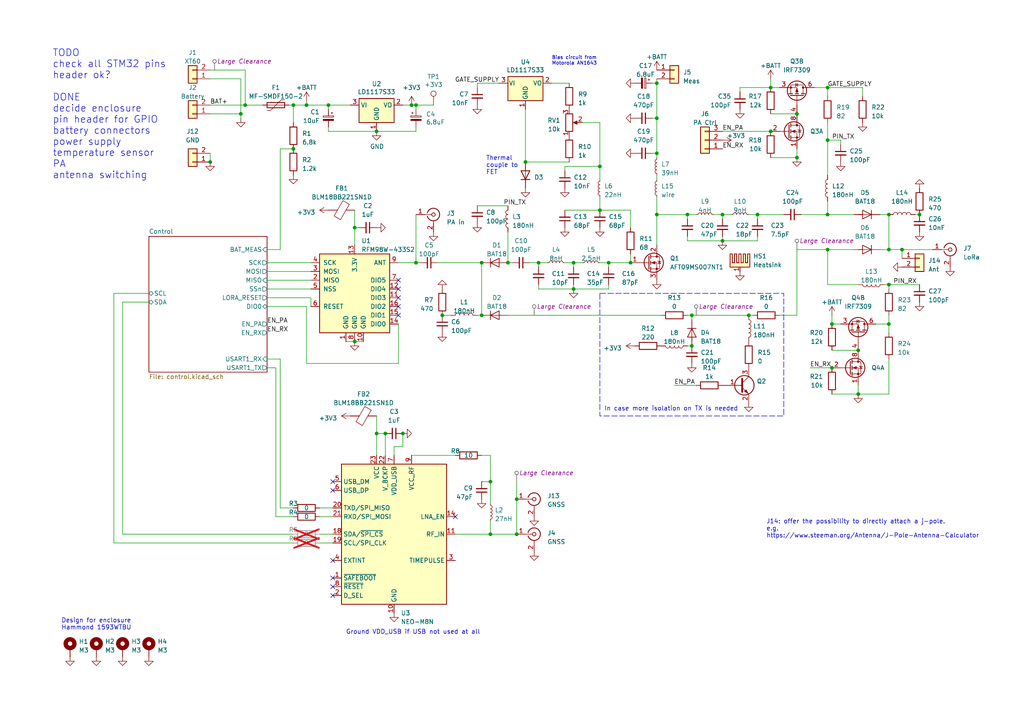
<source format=kicad_sch>
(kicad_sch (version 20230121) (generator eeschema)

  (uuid c7284140-20d8-41a9-bb44-23c19c814c53)

  (paper "A4")

  (title_block
    (title "Hercules")
    (date "2023-07-26")
    (rev "0")
    (company "HB9EGM")
    (comment 1 "LoRa GNSS Tracker with PA")
  )

  

  (junction (at 182.88 76.2) (diameter 0) (color 0 0 0 0)
    (uuid 01dde6b6-d292-40c7-b46a-9b6aeb936265)
  )
  (junction (at 241.3 93.98) (diameter 0) (color 0 0 0 0)
    (uuid 0222b959-9944-46fb-afc6-26878e08a8ea)
  )
  (junction (at 102.87 66.04) (diameter 0) (color 0 0 0 0)
    (uuid 08950f90-cd21-4d53-a5ef-9d5a82d4ab8e)
  )
  (junction (at 120.65 30.48) (diameter 0) (color 0 0 0 0)
    (uuid 089eabdc-fcec-425a-b821-b6cfe3451fa6)
  )
  (junction (at 257.81 62.23) (diameter 0) (color 0 0 0 0)
    (uuid 099a2e91-307a-40a7-b42f-aa13b2117f1c)
  )
  (junction (at 248.92 101.6) (diameter 0) (color 0 0 0 0)
    (uuid 0ab3a082-048e-4949-ac81-2b8386faa1eb)
  )
  (junction (at 223.52 38.1) (diameter 0) (color 0 0 0 0)
    (uuid 0ac8fba3-3ed0-4704-a092-e4484ff61a93)
  )
  (junction (at 139.7 76.2) (diameter 0) (color 0 0 0 0)
    (uuid 0b5d656a-a5d3-46b8-b83b-37aa40cef20d)
  )
  (junction (at 190.5 44.45) (diameter 0) (color 0 0 0 0)
    (uuid 0d2da9f7-50de-4ddd-9218-f5a19846c5c2)
  )
  (junction (at 190.5 62.23) (diameter 0) (color 0 0 0 0)
    (uuid 1368ea47-ffca-41ae-9ce4-3e6a775c52b5)
  )
  (junction (at 257.81 72.39) (diameter 0) (color 0 0 0 0)
    (uuid 15c9bb98-267a-45b2-8376-bd9fef188028)
  )
  (junction (at 200.66 100.33) (diameter 0) (color 0 0 0 0)
    (uuid 17db7e1c-85e9-4e68-af56-4e8a47479057)
  )
  (junction (at 200.66 91.44) (diameter 0) (color 0 0 0 0)
    (uuid 1a1be3b9-3951-4236-a0e2-ed17f193b6a0)
  )
  (junction (at 69.85 33.02) (diameter 0) (color 0 0 0 0)
    (uuid 1b395c55-c901-470a-8ebb-3e1e978dc1d0)
  )
  (junction (at 166.37 76.2) (diameter 0) (color 0 0 0 0)
    (uuid 1b7d05df-e406-41ee-a7c0-e5e472c47104)
  )
  (junction (at 217.17 91.44) (diameter 0) (color 0 0 0 0)
    (uuid 1f7b8f87-ba79-4cff-8d8e-541371e11725)
  )
  (junction (at 248.92 114.3) (diameter 0) (color 0 0 0 0)
    (uuid 23e423fd-9f5a-4dc2-a6ca-3badc4a0209b)
  )
  (junction (at 209.55 69.85) (diameter 0) (color 0 0 0 0)
    (uuid 25d5aada-3214-442f-9949-a6ddbf889635)
  )
  (junction (at 223.52 25.4) (diameter 0) (color 0 0 0 0)
    (uuid 260f7e5c-7c7c-4531-a21c-91c9c60f7b2a)
  )
  (junction (at 176.53 76.2) (diameter 0) (color 0 0 0 0)
    (uuid 2f003f45-6c76-4625-976d-2b8a1fd09567)
  )
  (junction (at 261.62 72.39) (diameter 0) (color 0 0 0 0)
    (uuid 35ba8735-0b79-41e8-a350-8eba43958d14)
  )
  (junction (at 109.22 38.1) (diameter 0) (color 0 0 0 0)
    (uuid 386231b8-7bf1-4807-85fd-13025208a6ec)
  )
  (junction (at 241.3 106.68) (diameter 0) (color 0 0 0 0)
    (uuid 3950e558-60bb-4bd8-8891-4fedf1a6629a)
  )
  (junction (at 102.87 99.06) (diameter 0) (color 0 0 0 0)
    (uuid 3f9fcc5b-547a-4a9a-9e43-a7db8d6725b7)
  )
  (junction (at 142.24 154.94) (diameter 0) (color 0 0 0 0)
    (uuid 453cb762-cbf4-486b-8581-7268eb150f29)
  )
  (junction (at 240.03 72.39) (diameter 0) (color 0 0 0 0)
    (uuid 45ffbfb7-7337-42fe-a262-d942016d7df7)
  )
  (junction (at 152.4 46.99) (diameter 0) (color 0 0 0 0)
    (uuid 4eb05e56-f285-4338-a8b9-2cf706f45ddf)
  )
  (junction (at 85.09 30.48) (diameter 0) (color 0 0 0 0)
    (uuid 4f9b3345-66f0-47d6-88d7-9b9886c95e10)
  )
  (junction (at 149.86 154.94) (diameter 0) (color 0 0 0 0)
    (uuid 53dd0522-6ae6-48ef-a0f0-0972fccdfdff)
  )
  (junction (at 231.14 45.72) (diameter 0) (color 0 0 0 0)
    (uuid 5620fc3f-17b5-4ec3-92b1-b159783281da)
  )
  (junction (at 109.22 125.73) (diameter 0) (color 0 0 0 0)
    (uuid 5b52b20c-ccbd-490c-9705-1dbca329b1f4)
  )
  (junction (at 142.24 139.7) (diameter 0) (color 0 0 0 0)
    (uuid 62913189-fe2f-4016-9e76-b6062cdbb493)
  )
  (junction (at 88.9 30.48) (diameter 0) (color 0 0 0 0)
    (uuid 791f6118-9624-456d-9f53-5947b6e19586)
  )
  (junction (at 156.21 76.2) (diameter 0) (color 0 0 0 0)
    (uuid 7c234418-db22-4543-ade4-958e4b9645d4)
  )
  (junction (at 190.5 24.13) (diameter 0) (color 0 0 0 0)
    (uuid 7e155455-b3de-4fb6-9044-8c7913eb9614)
  )
  (junction (at 173.99 48.26) (diameter 0) (color 0 0 0 0)
    (uuid 7e95986d-e889-47d4-8bea-7e66f617bece)
  )
  (junction (at 257.81 82.55) (diameter 0) (color 0 0 0 0)
    (uuid 8159f693-b293-4d54-95f8-d14764f4722a)
  )
  (junction (at 219.71 62.23) (diameter 0) (color 0 0 0 0)
    (uuid 83bba8d7-b6b0-4382-adee-29883e885d1e)
  )
  (junction (at 240.03 62.23) (diameter 0) (color 0 0 0 0)
    (uuid 891310e9-0619-4370-8743-c4d00dde62c6)
  )
  (junction (at 128.27 91.44) (diameter 0) (color 0 0 0 0)
    (uuid 952de2ea-3cb3-49a2-b256-66e98482a907)
  )
  (junction (at 147.32 76.2) (diameter 0) (color 0 0 0 0)
    (uuid 9686d505-e21a-4135-8eae-6c16595c19fc)
  )
  (junction (at 120.65 76.2) (diameter 0) (color 0 0 0 0)
    (uuid 96bf2cf8-2216-4273-904f-8837657f6917)
  )
  (junction (at 257.81 93.98) (diameter 0) (color 0 0 0 0)
    (uuid 9780ed2c-fdf4-4980-b648-3bad83767dd5)
  )
  (junction (at 240.03 25.4) (diameter 0) (color 0 0 0 0)
    (uuid 99123259-1f7f-4010-848e-12254a7e90ff)
  )
  (junction (at 85.09 43.18) (diameter 0) (color 0 0 0 0)
    (uuid 9fc224a3-a17f-40f0-907a-1f8edffd9819)
  )
  (junction (at 116.84 125.73) (diameter 0) (color 0 0 0 0)
    (uuid a6d97fbb-c949-46fb-addd-3c7f0ad97be8)
  )
  (junction (at 266.7 62.23) (diameter 0) (color 0 0 0 0)
    (uuid a812e7c8-9e44-4822-ac23-2bf4f621fa0a)
  )
  (junction (at 190.5 34.29) (diameter 0) (color 0 0 0 0)
    (uuid a909ff62-3061-4ba6-822a-4d4dbb8eb969)
  )
  (junction (at 119.38 30.48) (diameter 0) (color 0 0 0 0)
    (uuid ad4b9721-1e38-4bd1-894d-a10a442ddf45)
  )
  (junction (at 71.12 30.48) (diameter 0) (color 0 0 0 0)
    (uuid bdfffe94-d466-4698-bfdf-65d3e62955de)
  )
  (junction (at 149.86 144.78) (diameter 0) (color 0 0 0 0)
    (uuid bfef5520-3ce5-43d0-b7cb-6e838e6d81a6)
  )
  (junction (at 209.55 62.23) (diameter 0) (color 0 0 0 0)
    (uuid c13d240a-f108-444a-9181-7aea9309222c)
  )
  (junction (at 139.7 91.44) (diameter 0) (color 0 0 0 0)
    (uuid cadb24db-abd7-4a94-b5c3-1c6541202f92)
  )
  (junction (at 240.03 40.64) (diameter 0) (color 0 0 0 0)
    (uuid dff4b3ab-f70d-48c4-9509-7141ab480874)
  )
  (junction (at 95.25 30.48) (diameter 0) (color 0 0 0 0)
    (uuid ea8e05b9-4818-4771-a085-ab9c92148e6c)
  )
  (junction (at 199.39 62.23) (diameter 0) (color 0 0 0 0)
    (uuid eb386d62-e9b6-4457-9d61-600af1127c0a)
  )
  (junction (at 173.99 60.96) (diameter 0) (color 0 0 0 0)
    (uuid ec131d50-5396-42f0-9c3a-ae8f292fb069)
  )
  (junction (at 166.37 83.82) (diameter 0) (color 0 0 0 0)
    (uuid edf9ba72-e27e-421e-afd8-9993ea3b9d63)
  )
  (junction (at 231.14 33.02) (diameter 0) (color 0 0 0 0)
    (uuid f1821e80-8fb5-46f8-a312-be5e85057f6b)
  )
  (junction (at 60.96 46.99) (diameter 0) (color 0 0 0 0)
    (uuid f6e7b4ea-4103-4342-9b37-cd0efb84e10c)
  )
  (junction (at 111.76 125.73) (diameter 0) (color 0 0 0 0)
    (uuid fa2db506-a9d6-4bb8-b038-b63acb0e2a1e)
  )

  (no_connect (at 96.52 170.18) (uuid 204d8b2f-70cc-4797-9b88-b6fa55017ef1))
  (no_connect (at 115.57 88.9) (uuid 24c68830-aab4-4cad-8cab-afb08ec2b793))
  (no_connect (at 115.57 86.36) (uuid 27a40588-055d-42e6-b824-2830d723f6d7))
  (no_connect (at 96.52 167.64) (uuid 32a602bd-aea1-41b6-b776-eb992d69d58e))
  (no_connect (at 96.52 139.7) (uuid 3ab6de5e-44d7-458b-8181-a923344389e7))
  (no_connect (at 96.52 162.56) (uuid 70e6841d-aad7-4f07-b9fc-0341fe86cfe2))
  (no_connect (at 115.57 91.44) (uuid 85f692e1-cb45-4d0d-82cc-e82b83e37df6))
  (no_connect (at 115.57 81.28) (uuid 8bb54a38-9705-49e7-b27c-c819e26d9c59))
  (no_connect (at 115.57 83.82) (uuid cb3aa834-5a78-4855-85c1-7c234c341229))
  (no_connect (at 96.52 172.72) (uuid d0780ab6-44b1-4786-a767-7992122529d8))
  (no_connect (at 132.08 149.86) (uuid d51a299d-906e-43bd-a68b-065c998ee61f))
  (no_connect (at 96.52 142.24) (uuid f247a6a7-e075-4291-9737-c344802f144b))

  (wire (pts (xy 128.27 91.44) (xy 130.81 91.44))
    (stroke (width 0) (type default))
    (uuid 00a3a96b-bd8d-437f-abbe-cfe7205fe073)
  )
  (wire (pts (xy 35.56 154.94) (xy 35.56 87.63))
    (stroke (width 0) (type default))
    (uuid 02b216d5-29c4-4d30-a6aa-da7a573dfd71)
  )
  (wire (pts (xy 88.9 88.9) (xy 88.9 105.41))
    (stroke (width 0) (type default))
    (uuid 02d509e3-caa0-4a35-9420-26d381353f8d)
  )
  (wire (pts (xy 250.19 25.4) (xy 240.03 25.4))
    (stroke (width 0) (type default))
    (uuid 050b9099-2197-4a76-82ec-be1e23721b1e)
  )
  (wire (pts (xy 190.5 50.8) (xy 190.5 52.07))
    (stroke (width 0) (type default))
    (uuid 0672fc79-4284-450b-83d2-e9d1cfed2554)
  )
  (wire (pts (xy 168.91 35.56) (xy 173.99 35.56))
    (stroke (width 0) (type default))
    (uuid 06f9b752-04af-4c3b-8e85-54a30dc68e65)
  )
  (wire (pts (xy 165.1 46.99) (xy 152.4 46.99))
    (stroke (width 0) (type default))
    (uuid 07887dfd-f46d-471a-aaf7-2bb6ad355632)
  )
  (wire (pts (xy 240.03 58.42) (xy 240.03 62.23))
    (stroke (width 0) (type default))
    (uuid 07e5e5d6-5b90-4e33-b9ba-a0715aae6461)
  )
  (wire (pts (xy 199.39 62.23) (xy 201.93 62.23))
    (stroke (width 0) (type default))
    (uuid 08613b5c-7c91-4c83-9025-e6a6bf7b0404)
  )
  (wire (pts (xy 219.71 63.5) (xy 219.71 62.23))
    (stroke (width 0) (type default))
    (uuid 0a7b6708-398f-486f-ab94-a5d8ac4cd332)
  )
  (wire (pts (xy 223.52 33.02) (xy 231.14 33.02))
    (stroke (width 0) (type default))
    (uuid 0bad31ca-83a6-471e-bcb8-224795fee914)
  )
  (wire (pts (xy 190.5 62.23) (xy 199.39 62.23))
    (stroke (width 0) (type default))
    (uuid 0c939cc9-4cf9-4b5c-9d5a-591ad0ec3bc4)
  )
  (wire (pts (xy 115.57 76.2) (xy 120.65 76.2))
    (stroke (width 0) (type default))
    (uuid 0ca8925c-940f-40f7-9e14-a404d43e6e01)
  )
  (wire (pts (xy 111.76 125.73) (xy 111.76 132.08))
    (stroke (width 0) (type default))
    (uuid 0fdd6401-9b1c-4122-a50c-479cca92fa2a)
  )
  (wire (pts (xy 119.38 30.48) (xy 120.65 30.48))
    (stroke (width 0) (type default))
    (uuid 11ad10b0-70a5-41b8-bbe3-73e7edee0b2d)
  )
  (wire (pts (xy 120.65 36.83) (xy 120.65 38.1))
    (stroke (width 0) (type default))
    (uuid 11c52020-1bac-49ce-b3e9-e466173ca91e)
  )
  (wire (pts (xy 95.25 30.48) (xy 101.6 30.48))
    (stroke (width 0) (type default))
    (uuid 12947b69-6e48-4a71-8b00-befc028070ee)
  )
  (wire (pts (xy 209.55 62.23) (xy 209.55 63.5))
    (stroke (width 0) (type default))
    (uuid 12faa22d-d311-458b-88d4-e21e4c451313)
  )
  (wire (pts (xy 152.4 46.99) (xy 152.4 31.75))
    (stroke (width 0) (type default))
    (uuid 13e2abc1-05f5-4c8f-b9ae-1375c993b2dc)
  )
  (wire (pts (xy 248.92 82.55) (xy 240.03 82.55))
    (stroke (width 0) (type default))
    (uuid 152aaeeb-c8b3-4c7c-879a-2a7e50e91de0)
  )
  (wire (pts (xy 207.01 62.23) (xy 209.55 62.23))
    (stroke (width 0) (type default))
    (uuid 160d4a7c-ca84-4acb-944b-8ff27d84d5cb)
  )
  (wire (pts (xy 261.62 72.39) (xy 261.62 74.93))
    (stroke (width 0) (type default))
    (uuid 16c3b937-999c-406d-b90a-97b20afa397e)
  )
  (wire (pts (xy 139.7 76.2) (xy 139.7 91.44))
    (stroke (width 0) (type default))
    (uuid 17a08cbc-598c-424c-a09a-0e2175f7cbc3)
  )
  (wire (pts (xy 231.14 43.18) (xy 231.14 45.72))
    (stroke (width 0) (type default))
    (uuid 17a59fd4-e281-461e-b94c-ad6c2f3d7c7d)
  )
  (wire (pts (xy 214.63 26.67) (xy 214.63 25.4))
    (stroke (width 0) (type default))
    (uuid 17bdef2a-ead4-4f9b-bcb6-c2f9aa551cce)
  )
  (wire (pts (xy 182.88 60.96) (xy 173.99 60.96))
    (stroke (width 0) (type default))
    (uuid 1bbfd4f1-d30a-4e5f-ba17-f7ae46d42f69)
  )
  (wire (pts (xy 92.71 147.32) (xy 96.52 147.32))
    (stroke (width 0) (type default))
    (uuid 1c1626d5-5ce8-4ce1-9941-f8c9052cd482)
  )
  (wire (pts (xy 120.65 30.48) (xy 125.73 30.48))
    (stroke (width 0) (type default))
    (uuid 1c75d919-6a31-4e09-bbeb-06e5ef9be11f)
  )
  (wire (pts (xy 200.66 91.44) (xy 200.66 92.71))
    (stroke (width 0) (type default))
    (uuid 1e09c9b3-d27b-426f-bb64-55598b7f9779)
  )
  (wire (pts (xy 182.88 60.96) (xy 182.88 66.04))
    (stroke (width 0) (type default))
    (uuid 1fb29430-2cbc-438f-91fe-1830885c416b)
  )
  (wire (pts (xy 119.38 132.08) (xy 132.08 132.08))
    (stroke (width 0) (type default))
    (uuid 20ed170b-5328-49f0-a882-64eba1b4a47f)
  )
  (wire (pts (xy 115.57 105.41) (xy 115.57 93.98))
    (stroke (width 0) (type default))
    (uuid 21ac5577-0ce3-46a3-9398-1d72cbce9f52)
  )
  (wire (pts (xy 166.37 83.82) (xy 166.37 82.55))
    (stroke (width 0) (type default))
    (uuid 2366af87-4512-4086-8945-7b98d854cda5)
  )
  (wire (pts (xy 176.53 77.47) (xy 176.53 76.2))
    (stroke (width 0) (type default))
    (uuid 23f5b1c2-e484-4a23-ab22-df03fa676e7f)
  )
  (wire (pts (xy 195.58 111.76) (xy 201.93 111.76))
    (stroke (width 0) (type default))
    (uuid 2569ee4d-65be-4bb2-83c7-f4c3f725ffef)
  )
  (wire (pts (xy 92.71 154.94) (xy 96.52 154.94))
    (stroke (width 0) (type default))
    (uuid 259f0224-4e1a-45a9-a9cb-b1e92a4c616c)
  )
  (wire (pts (xy 189.23 24.13) (xy 190.5 24.13))
    (stroke (width 0) (type default))
    (uuid 26480fb4-0bf7-4400-87d7-ae9d4bb9015a)
  )
  (wire (pts (xy 190.5 57.15) (xy 190.5 62.23))
    (stroke (width 0) (type default))
    (uuid 2a551cd2-9826-44fc-a047-2bd8fe6eeae3)
  )
  (wire (pts (xy 166.37 83.82) (xy 176.53 83.82))
    (stroke (width 0) (type default))
    (uuid 2b2cc0f7-00d6-4a74-bb5a-4fb143fe11e1)
  )
  (wire (pts (xy 176.53 76.2) (xy 173.99 76.2))
    (stroke (width 0) (type default))
    (uuid 2f3662b0-34ac-4238-97a4-1e85d12f1595)
  )
  (wire (pts (xy 231.14 45.72) (xy 223.52 45.72))
    (stroke (width 0) (type default))
    (uuid 340133b6-a49c-4231-99e9-19fda756d2ef)
  )
  (wire (pts (xy 92.71 157.48) (xy 96.52 157.48))
    (stroke (width 0) (type default))
    (uuid 354c3be5-4ed1-4fe5-99bc-09401d42c144)
  )
  (wire (pts (xy 240.03 72.39) (xy 247.65 72.39))
    (stroke (width 0) (type default))
    (uuid 36399ab6-302d-4107-b106-bfd9ddafe9fe)
  )
  (wire (pts (xy 217.17 91.44) (xy 218.44 91.44))
    (stroke (width 0) (type default))
    (uuid 365325c9-c495-46ea-a526-b976c7b16e78)
  )
  (wire (pts (xy 209.55 62.23) (xy 212.09 62.23))
    (stroke (width 0) (type default))
    (uuid 3adf64b4-e78a-41c1-8667-30b9756615c0)
  )
  (wire (pts (xy 120.65 62.23) (xy 120.65 76.2))
    (stroke (width 0) (type default))
    (uuid 3b659727-0947-4487-997d-6f949c9817da)
  )
  (wire (pts (xy 241.3 93.98) (xy 241.3 91.44))
    (stroke (width 0) (type default))
    (uuid 3cb110fe-ae61-4a6c-823c-4b57814eb2fe)
  )
  (wire (pts (xy 85.09 157.48) (xy 33.02 157.48))
    (stroke (width 0) (type default))
    (uuid 3d044238-4974-4e08-a67d-9dce669443cd)
  )
  (wire (pts (xy 138.43 59.69) (xy 147.32 59.69))
    (stroke (width 0) (type default))
    (uuid 3e6d7a7a-6af6-410d-9d09-9e5fa79684b5)
  )
  (wire (pts (xy 153.67 76.2) (xy 156.21 76.2))
    (stroke (width 0) (type default))
    (uuid 3eaded46-cc37-494d-ac24-87dd6dfe09bc)
  )
  (wire (pts (xy 77.47 81.28) (xy 90.17 81.28))
    (stroke (width 0) (type default))
    (uuid 3f962f96-0f6f-4698-8027-b13c091c035d)
  )
  (wire (pts (xy 88.9 29.21) (xy 88.9 30.48))
    (stroke (width 0) (type default))
    (uuid 41c931b9-3543-4843-8aab-17549aba9684)
  )
  (wire (pts (xy 77.47 88.9) (xy 88.9 88.9))
    (stroke (width 0) (type default))
    (uuid 43101aa4-4a39-4b0a-8a0b-df2d7939c940)
  )
  (wire (pts (xy 81.28 147.32) (xy 81.28 104.14))
    (stroke (width 0) (type default))
    (uuid 450728fc-9171-4b12-98f2-1c34201af64c)
  )
  (wire (pts (xy 240.03 50.8) (xy 240.03 40.64))
    (stroke (width 0) (type default))
    (uuid 46b26273-3f3d-4adb-99f4-e43cccb943c9)
  )
  (wire (pts (xy 240.03 62.23) (xy 247.65 62.23))
    (stroke (width 0) (type default))
    (uuid 474b8574-a3c0-4fbb-83c1-c620f908109b)
  )
  (wire (pts (xy 257.81 91.44) (xy 257.81 93.98))
    (stroke (width 0) (type default))
    (uuid 4a860b28-7b04-4523-bb2a-c9361a03c216)
  )
  (wire (pts (xy 60.96 44.45) (xy 60.96 46.99))
    (stroke (width 0) (type default))
    (uuid 4b643638-c2e9-4f5f-a702-5162d3d65a3a)
  )
  (wire (pts (xy 209.55 69.85) (xy 219.71 69.85))
    (stroke (width 0) (type default))
    (uuid 4ce6c40c-af77-4ba7-8b76-4a2802d0d382)
  )
  (wire (pts (xy 234.95 106.68) (xy 241.3 106.68))
    (stroke (width 0) (type default))
    (uuid 50bc0ede-3a1e-4423-9c92-4bd5eb6ba844)
  )
  (wire (pts (xy 114.3 132.08) (xy 114.3 129.54))
    (stroke (width 0) (type default))
    (uuid 510eb1d9-2759-43a3-97a0-61ffa7bfeeac)
  )
  (wire (pts (xy 261.62 72.39) (xy 257.81 72.39))
    (stroke (width 0) (type default))
    (uuid 51213e7a-f1f4-4490-8933-016c0b3eda1b)
  )
  (wire (pts (xy 199.39 69.85) (xy 209.55 69.85))
    (stroke (width 0) (type default))
    (uuid 51c70140-1279-4f44-85cc-3426724640dc)
  )
  (wire (pts (xy 219.71 69.85) (xy 219.71 68.58))
    (stroke (width 0) (type default))
    (uuid 57270196-7d9e-4fe2-bd1e-b8d9a298b846)
  )
  (wire (pts (xy 248.92 114.3) (xy 257.81 114.3))
    (stroke (width 0) (type default))
    (uuid 593889b2-9375-4f1a-8350-bc1145609208)
  )
  (wire (pts (xy 270.51 72.39) (xy 261.62 72.39))
    (stroke (width 0) (type default))
    (uuid 59944d09-83e7-4b7e-a667-ebf4eb2349d8)
  )
  (wire (pts (xy 257.81 114.3) (xy 257.81 104.14))
    (stroke (width 0) (type default))
    (uuid 5a965f98-fefd-48c7-a2df-802c41ad2de8)
  )
  (wire (pts (xy 88.9 30.48) (xy 95.25 30.48))
    (stroke (width 0) (type default))
    (uuid 5b00d0a0-e3fb-4b2d-8ab0-02dbfe2b79f6)
  )
  (wire (pts (xy 166.37 76.2) (xy 166.37 77.47))
    (stroke (width 0) (type default))
    (uuid 6011b6c8-dd41-4184-9be0-1ab7a4068d55)
  )
  (wire (pts (xy 109.22 125.73) (xy 109.22 132.08))
    (stroke (width 0) (type default))
    (uuid 609406c7-fc1f-4ff9-a3dd-60584185ddf8)
  )
  (wire (pts (xy 156.21 83.82) (xy 166.37 83.82))
    (stroke (width 0) (type default))
    (uuid 60f4e5c2-282b-4779-bfb2-6fc09830ef4f)
  )
  (wire (pts (xy 142.24 139.7) (xy 142.24 146.05))
    (stroke (width 0) (type default))
    (uuid 615c5063-7783-4c41-b3d0-e95c2ee79a31)
  )
  (wire (pts (xy 77.47 78.74) (xy 90.17 78.74))
    (stroke (width 0) (type default))
    (uuid 618135bc-52f3-4da6-8d98-88a52e240514)
  )
  (wire (pts (xy 109.22 120.65) (xy 109.22 125.73))
    (stroke (width 0) (type default))
    (uuid 626d3b88-65b4-4351-84b4-0723bd87ad51)
  )
  (wire (pts (xy 156.21 76.2) (xy 158.75 76.2))
    (stroke (width 0) (type default))
    (uuid 63a4a008-eaca-424f-aee3-ef723ab7e1b1)
  )
  (wire (pts (xy 257.81 93.98) (xy 257.81 96.52))
    (stroke (width 0) (type default))
    (uuid 63fbb694-3dc6-49ac-b6ee-739799fa5843)
  )
  (wire (pts (xy 114.3 129.54) (xy 116.84 129.54))
    (stroke (width 0) (type default))
    (uuid 64b19fb5-98d0-4e1d-8fd4-39c24cca621d)
  )
  (wire (pts (xy 71.12 30.48) (xy 76.2 30.48))
    (stroke (width 0) (type default))
    (uuid 64fa11e3-9834-4e72-aa2d-c46e58b92289)
  )
  (wire (pts (xy 138.43 24.13) (xy 144.78 24.13))
    (stroke (width 0) (type default))
    (uuid 656611ac-5824-4249-9032-638e264587c0)
  )
  (wire (pts (xy 80.01 106.68) (xy 80.01 149.86))
    (stroke (width 0) (type default))
    (uuid 6a781113-9d2d-4bfb-a51a-e04a8d169b4b)
  )
  (wire (pts (xy 90.17 86.36) (xy 90.17 88.9))
    (stroke (width 0) (type default))
    (uuid 6aaab3ea-cb8f-4b6c-8878-192ab16884ab)
  )
  (wire (pts (xy 71.12 20.32) (xy 71.12 30.48))
    (stroke (width 0) (type default))
    (uuid 6ae739c1-8e22-4ddf-8d63-d6a444bffb84)
  )
  (wire (pts (xy 240.03 40.64) (xy 240.03 35.56))
    (stroke (width 0) (type default))
    (uuid 6b5b50e7-086f-4b43-a643-0b5455e70e9e)
  )
  (wire (pts (xy 257.81 62.23) (xy 255.27 62.23))
    (stroke (width 0) (type default))
    (uuid 6c8e0bd0-4306-43d2-8233-6f7bf63ffe54)
  )
  (wire (pts (xy 120.65 76.2) (xy 121.92 76.2))
    (stroke (width 0) (type default))
    (uuid 6d8794f5-7aec-4946-8fe8-3e5a0751dad4)
  )
  (wire (pts (xy 149.86 139.7) (xy 149.86 144.78))
    (stroke (width 0) (type default))
    (uuid 6ef83567-5e26-4d2b-ba41-6eadf2d8966c)
  )
  (wire (pts (xy 102.87 66.04) (xy 102.87 60.96))
    (stroke (width 0) (type default))
    (uuid 715cf669-67c9-4340-a72a-6db9489f2c13)
  )
  (wire (pts (xy 219.71 62.23) (xy 227.33 62.23))
    (stroke (width 0) (type default))
    (uuid 74040277-78c2-4b7c-a9ba-5820f4215646)
  )
  (wire (pts (xy 88.9 30.48) (xy 85.09 30.48))
    (stroke (width 0) (type default))
    (uuid 79935a3f-c588-4fed-b218-d55cda35743b)
  )
  (wire (pts (xy 257.81 72.39) (xy 257.81 62.23))
    (stroke (width 0) (type default))
    (uuid 7a8def1b-ba61-4b9d-9fd1-e20e468c6bc4)
  )
  (wire (pts (xy 160.02 24.13) (xy 165.1 24.13))
    (stroke (width 0) (type default))
    (uuid 7a9fc998-2384-4531-a55a-b37d838a7e35)
  )
  (wire (pts (xy 199.39 69.85) (xy 199.39 68.58))
    (stroke (width 0) (type default))
    (uuid 7b61c91a-b1f9-43e8-a3a8-ab4a07ffff41)
  )
  (wire (pts (xy 214.63 25.4) (xy 223.52 25.4))
    (stroke (width 0) (type default))
    (uuid 7c73ee48-9cb5-4c97-8c82-e719cad636f0)
  )
  (wire (pts (xy 69.85 34.29) (xy 69.85 33.02))
    (stroke (width 0) (type default))
    (uuid 7f6f649a-4a03-4a23-ab1b-67399f718f9c)
  )
  (wire (pts (xy 81.28 72.39) (xy 81.28 43.18))
    (stroke (width 0) (type default))
    (uuid 7ff0fa4d-b630-4391-a4f2-27b2b34a92ad)
  )
  (wire (pts (xy 147.32 76.2) (xy 148.59 76.2))
    (stroke (width 0) (type default))
    (uuid 80766587-a358-40b1-9754-9c7fc48094e0)
  )
  (wire (pts (xy 190.5 44.45) (xy 190.5 34.29))
    (stroke (width 0) (type default))
    (uuid 80fc62fa-b1c7-4b3a-8610-6b5c5d283bd2)
  )
  (wire (pts (xy 241.3 101.6) (xy 248.92 101.6))
    (stroke (width 0) (type default))
    (uuid 8286c5e6-464a-419f-8e6e-12560fdc9590)
  )
  (wire (pts (xy 92.71 149.86) (xy 96.52 149.86))
    (stroke (width 0) (type default))
    (uuid 833e9e35-7958-4a8b-82c9-4b34f165c40d)
  )
  (wire (pts (xy 69.85 22.86) (xy 69.85 33.02))
    (stroke (width 0) (type default))
    (uuid 84bfdbf4-fe05-4d2e-902b-5a16108325ff)
  )
  (wire (pts (xy 77.47 106.68) (xy 80.01 106.68))
    (stroke (width 0) (type default))
    (uuid 855844ed-3d91-47c1-9b9a-c0532a457049)
  )
  (wire (pts (xy 257.81 82.55) (xy 266.7 82.55))
    (stroke (width 0) (type default))
    (uuid 85da7609-9c88-4a4a-8c5a-e185055e3ed3)
  )
  (wire (pts (xy 100.33 99.06) (xy 102.87 99.06))
    (stroke (width 0) (type default))
    (uuid 861676f6-5294-44ef-bd4b-5d3efc7a6d78)
  )
  (wire (pts (xy 231.14 72.39) (xy 240.03 72.39))
    (stroke (width 0) (type default))
    (uuid 892e1511-e3cc-4d35-bb32-20bdacad07fb)
  )
  (wire (pts (xy 240.03 25.4) (xy 236.22 25.4))
    (stroke (width 0) (type default))
    (uuid 8949fb37-a17d-4214-81ab-dc2c32bf66af)
  )
  (wire (pts (xy 182.88 76.2) (xy 182.88 73.66))
    (stroke (width 0) (type default))
    (uuid 89549667-4e81-4662-af74-7c79f73f34d4)
  )
  (wire (pts (xy 257.81 93.98) (xy 254 93.98))
    (stroke (width 0) (type default))
    (uuid 89fc60b7-af19-4ec3-8507-e25a7cc3cb62)
  )
  (wire (pts (xy 257.81 82.55) (xy 256.54 82.55))
    (stroke (width 0) (type default))
    (uuid 8a342cab-502e-4909-abf5-bff287aca887)
  )
  (wire (pts (xy 173.99 48.26) (xy 173.99 52.07))
    (stroke (width 0) (type default))
    (uuid 8bc5cdcc-f587-4379-978f-98e53416638c)
  )
  (wire (pts (xy 85.09 30.48) (xy 85.09 35.56))
    (stroke (width 0) (type default))
    (uuid 8f1e1eab-32de-4e34-8707-8e54f43d6ff3)
  )
  (wire (pts (xy 95.25 36.83) (xy 95.25 38.1))
    (stroke (width 0) (type default))
    (uuid 90137715-abf5-45c2-9e33-f1303e0f698c)
  )
  (wire (pts (xy 142.24 132.08) (xy 142.24 139.7))
    (stroke (width 0) (type default))
    (uuid 90ff8ed0-f9bd-4c2e-a974-950a48b135ea)
  )
  (wire (pts (xy 147.32 91.44) (xy 191.77 91.44))
    (stroke (width 0) (type default))
    (uuid 91889c1f-7b49-44a2-b7b9-349162313398)
  )
  (wire (pts (xy 142.24 154.94) (xy 149.86 154.94))
    (stroke (width 0) (type default))
    (uuid 91fedeb5-872b-437a-b627-83ac39895d56)
  )
  (wire (pts (xy 60.96 22.86) (xy 69.85 22.86))
    (stroke (width 0) (type default))
    (uuid 93bb4a60-3587-4888-91a3-036ac4a96fc7)
  )
  (wire (pts (xy 60.96 30.48) (xy 71.12 30.48))
    (stroke (width 0) (type default))
    (uuid 94f3eca5-cb19-4ee6-a17e-a1179f72e20f)
  )
  (wire (pts (xy 109.22 125.73) (xy 111.76 125.73))
    (stroke (width 0) (type default))
    (uuid 963347b4-906e-4249-a6b7-afcffca4ec38)
  )
  (wire (pts (xy 199.39 100.33) (xy 200.66 100.33))
    (stroke (width 0) (type default))
    (uuid 9673dfc4-e069-497c-b250-6a65b22edb6f)
  )
  (wire (pts (xy 209.55 38.1) (xy 223.52 38.1))
    (stroke (width 0) (type default))
    (uuid 96a0e7d4-b787-452a-9279-aa47f020fd40)
  )
  (wire (pts (xy 232.41 62.23) (xy 240.03 62.23))
    (stroke (width 0) (type default))
    (uuid 9947b2ed-2448-41ef-baa1-b27d6b9c4bfd)
  )
  (wire (pts (xy 116.84 30.48) (xy 119.38 30.48))
    (stroke (width 0) (type default))
    (uuid a2d9ca97-dd4d-4897-9697-55837130484d)
  )
  (wire (pts (xy 163.83 60.96) (xy 173.99 60.96))
    (stroke (width 0) (type default))
    (uuid a3ca924f-3c55-444c-9184-87ff0151173b)
  )
  (wire (pts (xy 33.02 157.48) (xy 33.02 85.09))
    (stroke (width 0) (type default))
    (uuid a422faee-4f34-4db0-a56f-fe603c404303)
  )
  (wire (pts (xy 223.52 25.4) (xy 223.52 22.86))
    (stroke (width 0) (type default))
    (uuid a5c25f64-130d-4f36-ab17-757cdde9d04c)
  )
  (wire (pts (xy 189.23 44.45) (xy 190.5 44.45))
    (stroke (width 0) (type default))
    (uuid a6a9abe9-e329-4e69-9927-7ed1cb3f57af)
  )
  (wire (pts (xy 149.86 144.78) (xy 149.86 154.94))
    (stroke (width 0) (type default))
    (uuid a8fbf5be-0fac-4072-9bfc-4ac538f882ba)
  )
  (wire (pts (xy 120.65 30.48) (xy 120.65 31.75))
    (stroke (width 0) (type default))
    (uuid a9088a3b-02dd-4791-8267-d65005275f19)
  )
  (wire (pts (xy 250.19 27.94) (xy 250.19 25.4))
    (stroke (width 0) (type default))
    (uuid a99edd36-5a71-47c1-97fa-5d1fe1f4fddd)
  )
  (wire (pts (xy 132.08 154.94) (xy 142.24 154.94))
    (stroke (width 0) (type default))
    (uuid adad3612-7ec7-4f3c-ac82-634c1230ab73)
  )
  (wire (pts (xy 156.21 83.82) (xy 156.21 82.55))
    (stroke (width 0) (type default))
    (uuid aeb52d83-3c75-462f-900c-2fec9958e77e)
  )
  (wire (pts (xy 77.47 72.39) (xy 81.28 72.39))
    (stroke (width 0) (type default))
    (uuid b056bd93-8ad4-4cdc-91c6-c009dee87c95)
  )
  (wire (pts (xy 243.84 93.98) (xy 241.3 93.98))
    (stroke (width 0) (type default))
    (uuid b0950230-6dd6-4ba0-9677-5e90e701c1b2)
  )
  (wire (pts (xy 77.47 83.82) (xy 90.17 83.82))
    (stroke (width 0) (type default))
    (uuid b515472a-5559-4002-bc2f-5c685449e96c)
  )
  (wire (pts (xy 226.06 91.44) (xy 231.14 91.44))
    (stroke (width 0) (type default))
    (uuid b6ed0852-69b3-4fbd-b32e-ed7b998ae2be)
  )
  (wire (pts (xy 166.37 76.2) (xy 168.91 76.2))
    (stroke (width 0) (type default))
    (uuid b8fcfeb6-f0db-4abe-b11b-36e75e846563)
  )
  (wire (pts (xy 163.83 48.26) (xy 173.99 48.26))
    (stroke (width 0) (type default))
    (uuid b99fa44c-c802-48f2-a47a-059f73c95dcf)
  )
  (wire (pts (xy 88.9 105.41) (xy 115.57 105.41))
    (stroke (width 0) (type default))
    (uuid b9d4a980-447a-4c2d-8480-59ef8e48d5cf)
  )
  (wire (pts (xy 33.02 85.09) (xy 43.18 85.09))
    (stroke (width 0) (type default))
    (uuid beb49308-f4ff-4daa-a056-55573c4c10c7)
  )
  (wire (pts (xy 231.14 91.44) (xy 231.14 72.39))
    (stroke (width 0) (type default))
    (uuid bee77a5d-8a27-467e-90e1-f8c8a41b1789)
  )
  (wire (pts (xy 95.25 38.1) (xy 109.22 38.1))
    (stroke (width 0) (type default))
    (uuid bf24ab40-9012-44a5-8692-e3f2b9c24d20)
  )
  (wire (pts (xy 219.71 62.23) (xy 217.17 62.23))
    (stroke (width 0) (type default))
    (uuid bf7b1b9e-317d-4abe-af48-23bde7c94582)
  )
  (wire (pts (xy 190.5 45.72) (xy 190.5 44.45))
    (stroke (width 0) (type default))
    (uuid c01eb202-774e-4322-a137-333e105872d2)
  )
  (wire (pts (xy 95.25 30.48) (xy 95.25 31.75))
    (stroke (width 0) (type default))
    (uuid c0ec1b51-dae5-4995-a74f-f2cebf836394)
  )
  (wire (pts (xy 102.87 66.04) (xy 104.14 66.04))
    (stroke (width 0) (type default))
    (uuid c1926815-dd2c-4cc8-822b-8db6565d849b)
  )
  (wire (pts (xy 35.56 87.63) (xy 43.18 87.63))
    (stroke (width 0) (type default))
    (uuid c223a27f-4c28-473f-b9be-caa032b4ae33)
  )
  (wire (pts (xy 209.55 69.85) (xy 209.55 68.58))
    (stroke (width 0) (type default))
    (uuid c4b6888b-a7e7-4626-a0d9-a50b4ff1797b)
  )
  (wire (pts (xy 102.87 99.06) (xy 105.41 99.06))
    (stroke (width 0) (type default))
    (uuid c6129dab-a478-4966-ab18-006855f04b95)
  )
  (wire (pts (xy 60.96 20.32) (xy 71.12 20.32))
    (stroke (width 0) (type default))
    (uuid c6fecc98-f627-45a7-adef-84f19d151727)
  )
  (wire (pts (xy 138.43 91.44) (xy 139.7 91.44))
    (stroke (width 0) (type default))
    (uuid c78685c4-2701-4efb-92c2-a4175b8a43b4)
  )
  (wire (pts (xy 243.84 41.91) (xy 243.84 40.64))
    (stroke (width 0) (type default))
    (uuid c7ac81cb-207b-4470-8042-1c7db629c0b5)
  )
  (wire (pts (xy 199.39 91.44) (xy 200.66 91.44))
    (stroke (width 0) (type default))
    (uuid c80a0d3c-9427-4469-9699-09c30a8c784f)
  )
  (wire (pts (xy 190.5 34.29) (xy 190.5 24.13))
    (stroke (width 0) (type default))
    (uuid c82599af-91b7-4399-9ac5-7d26bf68c2fd)
  )
  (wire (pts (xy 147.32 67.31) (xy 147.32 76.2))
    (stroke (width 0) (type default))
    (uuid c9621e69-7ef0-40ff-a026-dd7dcc63ae19)
  )
  (wire (pts (xy 248.92 111.76) (xy 248.92 114.3))
    (stroke (width 0) (type default))
    (uuid cc9d500b-1f07-4825-9b02-86b625b868e0)
  )
  (wire (pts (xy 139.7 139.7) (xy 142.24 139.7))
    (stroke (width 0) (type default))
    (uuid cd3bfb5c-1899-4199-bf03-99560a8ba653)
  )
  (wire (pts (xy 116.84 129.54) (xy 116.84 125.73))
    (stroke (width 0) (type default))
    (uuid cdeff7d5-b776-492b-9268-cce7eb475ee3)
  )
  (wire (pts (xy 190.5 34.29) (xy 189.23 34.29))
    (stroke (width 0) (type default))
    (uuid ce0b38c5-4510-42df-9145-aec0285a68e4)
  )
  (wire (pts (xy 69.85 33.02) (xy 60.96 33.02))
    (stroke (width 0) (type default))
    (uuid d0697e7c-7846-4c11-ae8b-4b22fdb5704f)
  )
  (wire (pts (xy 257.81 82.55) (xy 257.81 83.82))
    (stroke (width 0) (type default))
    (uuid d0c24b03-044f-4962-8102-b326e473ad30)
  )
  (wire (pts (xy 109.22 38.1) (xy 120.65 38.1))
    (stroke (width 0) (type default))
    (uuid d1f16a73-eb29-43a1-b226-7b4b37d8d0c5)
  )
  (wire (pts (xy 199.39 62.23) (xy 199.39 63.5))
    (stroke (width 0) (type default))
    (uuid d53ad12f-73b1-4ac3-af1a-cedab897e81f)
  )
  (wire (pts (xy 173.99 35.56) (xy 173.99 48.26))
    (stroke (width 0) (type default))
    (uuid d58b184f-9ae1-4617-9cdf-e69fd3ae19d1)
  )
  (wire (pts (xy 156.21 76.2) (xy 156.21 77.47))
    (stroke (width 0) (type default))
    (uuid d79c70ab-6a96-40e8-b246-b5319a41f80c)
  )
  (wire (pts (xy 240.03 27.94) (xy 240.03 25.4))
    (stroke (width 0) (type default))
    (uuid d7a3951c-da13-4ad0-b365-62345620f1c8)
  )
  (wire (pts (xy 142.24 154.94) (xy 142.24 151.13))
    (stroke (width 0) (type default))
    (uuid d8bfc799-da6b-4bcd-9aab-b8135efeccbd)
  )
  (wire (pts (xy 240.03 40.64) (xy 243.84 40.64))
    (stroke (width 0) (type default))
    (uuid dc1c4fe1-c480-472b-b9cb-0b34bf5bbeea)
  )
  (wire (pts (xy 255.27 72.39) (xy 257.81 72.39))
    (stroke (width 0) (type default))
    (uuid dcc4d9c0-3969-4686-a6dd-e2dd3101371d)
  )
  (wire (pts (xy 176.53 83.82) (xy 176.53 82.55))
    (stroke (width 0) (type default))
    (uuid e05fbc08-4cd7-4cb8-a3eb-c3920546fdb3)
  )
  (wire (pts (xy 85.09 154.94) (xy 35.56 154.94))
    (stroke (width 0) (type default))
    (uuid e1366648-bd22-4a63-abcb-a64a9faeba05)
  )
  (wire (pts (xy 139.7 132.08) (xy 142.24 132.08))
    (stroke (width 0) (type default))
    (uuid e2793eb7-c732-4cd3-9564-cf68ae08aa50)
  )
  (wire (pts (xy 248.92 114.3) (xy 241.3 114.3))
    (stroke (width 0) (type default))
    (uuid e4a3a7a3-30a4-4522-b7ee-94e9eb1a0850)
  )
  (wire (pts (xy 190.5 62.23) (xy 190.5 71.12))
    (stroke (width 0) (type default))
    (uuid e83e2776-02c9-4964-843f-4433a1387642)
  )
  (wire (pts (xy 85.09 30.48) (xy 83.82 30.48))
    (stroke (width 0) (type default))
    (uuid e8803aa2-fab9-4337-bf86-05f5d7c92d57)
  )
  (wire (pts (xy 77.47 76.2) (xy 90.17 76.2))
    (stroke (width 0) (type default))
    (uuid e91c01b2-55c8-4d27-88bf-c7bae4c7b162)
  )
  (wire (pts (xy 80.01 149.86) (xy 85.09 149.86))
    (stroke (width 0) (type default))
    (uuid e96ee23e-6411-47b8-89fa-35b3e0b900f7)
  )
  (wire (pts (xy 81.28 43.18) (xy 85.09 43.18))
    (stroke (width 0) (type default))
    (uuid ea731349-70a4-4adb-bebd-ad52cf3fd619)
  )
  (wire (pts (xy 173.99 57.15) (xy 173.99 60.96))
    (stroke (width 0) (type default))
    (uuid ebb976ef-e772-4dd4-aa72-b73a76aa22b1)
  )
  (wire (pts (xy 190.5 22.86) (xy 190.5 24.13))
    (stroke (width 0) (type default))
    (uuid ee191de8-944a-4fb6-af83-b461cb4a9f6e)
  )
  (wire (pts (xy 265.43 62.23) (xy 266.7 62.23))
    (stroke (width 0) (type default))
    (uuid ee7a7872-b16e-4ea2-a28e-f993cc499567)
  )
  (wire (pts (xy 226.06 25.4) (xy 223.52 25.4))
    (stroke (width 0) (type default))
    (uuid f0433cd4-47f7-41f4-b38c-fc74cebfdd5a)
  )
  (wire (pts (xy 163.83 76.2) (xy 166.37 76.2))
    (stroke (width 0) (type default))
    (uuid f0ed689d-ff92-410c-acf5-2bc17fcfcd46)
  )
  (wire (pts (xy 127 76.2) (xy 139.7 76.2))
    (stroke (width 0) (type default))
    (uuid f2b1c357-d795-4e81-9e09-8a6cea0d9d44)
  )
  (wire (pts (xy 163.83 48.26) (xy 163.83 49.53))
    (stroke (width 0) (type default))
    (uuid f48c62c2-07da-44a1-bf23-aa52b20ab514)
  )
  (wire (pts (xy 176.53 76.2) (xy 182.88 76.2))
    (stroke (width 0) (type default))
    (uuid f6804d30-fe1f-4359-8727-d063bf86de43)
  )
  (wire (pts (xy 102.87 66.04) (xy 102.87 71.12))
    (stroke (width 0) (type default))
    (uuid fb4f36ff-ae48-4d12-b668-8887b1f17343)
  )
  (wire (pts (xy 81.28 104.14) (xy 77.47 104.14))
    (stroke (width 0) (type default))
    (uuid fc3463f2-0134-4214-8d05-db24a88504b4)
  )
  (wire (pts (xy 240.03 82.55) (xy 240.03 72.39))
    (stroke (width 0) (type default))
    (uuid fc3a04ea-2a7d-44d1-8557-b9c87f7d0a8d)
  )
  (wire (pts (xy 85.09 147.32) (xy 81.28 147.32))
    (stroke (width 0) (type default))
    (uuid fccb3240-5111-4f8a-8c57-8c57e97e473a)
  )
  (wire (pts (xy 77.47 86.36) (xy 90.17 86.36))
    (stroke (width 0) (type default))
    (uuid fe47d352-2e80-4a15-bd9f-b0959a312d14)
  )
  (wire (pts (xy 138.43 25.4) (xy 138.43 24.13))
    (stroke (width 0) (type default))
    (uuid fe5153ba-7b57-4538-8793-88a7368f5bef)
  )
  (wire (pts (xy 200.66 91.44) (xy 217.17 91.44))
    (stroke (width 0) (type default))
    (uuid fecf678d-e02b-4566-8c5c-af1168b4a442)
  )

  (rectangle (start 173.99 85.09) (end 227.33 120.65)
    (stroke (width 0) (type dash))
    (fill (type none))
    (uuid 2588e975-78d1-4bd3-98fd-feb529aa9047)
  )

  (text "Ground VDD_USB if USB not used at all" (at 100.33 184.15 0)
    (effects (font (size 1.27 1.27)) (justify left bottom))
    (uuid 0ade107f-9634-4a55-af4e-2094fa77d0c8)
  )
  (text "Design for enclosure\nHammond 1593WTBU" (at 17.78 182.88 0)
    (effects (font (size 1.27 1.27)) (justify left bottom))
    (uuid 30b8e379-0646-4351-98e8-9ffb6ae1f5d7)
  )
  (text "In case more isolation on TX is needed" (at 175.26 119.38 0)
    (effects (font (size 1.27 1.27)) (justify left bottom))
    (uuid 454c5f79-f713-4fe6-906e-7ed5364d5ee5)
  )
  (text "Bias circuit from\nMotorola AN1643" (at 160.02 19.05 0)
    (effects (font (size 1 1)) (justify left bottom))
    (uuid 463f14bb-4e2d-4f4d-af8e-7edca4d8a7b2)
  )
  (text "J14: offer the possibility to directly attach a j-pole.\ne.g.\nhttps://www.steeman.org/Antenna/J-Pole-Antenna-Calculator"
    (at 222.25 156.21 0)
    (effects (font (size 1.27 1.27)) (justify left bottom))
    (uuid 881a8ee5-002f-4409-ba06-648d5b6d2cd0)
  )
  (text "Thermal\ncouple to\nFET" (at 140.97 50.8 0)
    (effects (font (size 1.27 1.27)) (justify left bottom))
    (uuid b98b56b1-1751-49b2-a456-ab5af990b5b8)
  )
  (text "TODO\ncheck all STM32 pins\nheader ok?\n\nDONE\ndecide enclosure\npin header for GPIO\nbattery connectors\npower supply\ntemperature sensor\nPA\nantenna switching"
    (at 15.24 52.07 0)
    (effects (font (size 2 2)) (justify left bottom))
    (uuid d4eff7d5-ba9d-4444-bd75-9a5f09c3f62a)
  )

  (label "EN_RX" (at 77.47 96.52 0) (fields_autoplaced)
    (effects (font (size 1.27 1.27)) (justify left bottom))
    (uuid 0aedb347-e798-4090-aadf-d042bf9c1eb1)
  )
  (label "PIN_RX" (at 259.08 82.55 0) (fields_autoplaced)
    (effects (font (size 1.27 1.27)) (justify left bottom))
    (uuid 0c6d5580-6006-493b-843c-14fdd72b659d)
  )
  (label "EN_PA" (at 77.47 93.98 0) (fields_autoplaced)
    (effects (font (size 1.27 1.27)) (justify left bottom))
    (uuid 101a057e-1b40-4287-aaa2-dc92cd53de08)
  )
  (label "EN_PA" (at 209.55 38.1 0) (fields_autoplaced)
    (effects (font (size 1.27 1.27)) (justify left bottom))
    (uuid 18acca81-2c61-4909-927c-6b11e8b8609e)
  )
  (label "PIN_TX" (at 146.05 59.69 0) (fields_autoplaced)
    (effects (font (size 1.27 1.27)) (justify left bottom))
    (uuid 33a308e6-1750-4efe-bd02-303c9e3ea451)
  )
  (label "GATE_SUPPLY" (at 144.78 24.13 180) (fields_autoplaced)
    (effects (font (size 1.27 1.27)) (justify right bottom))
    (uuid 351af5c1-0599-4d9b-8e80-8bf98880cc9c)
  )
  (label "PIN_TX" (at 241.3 40.64 0) (fields_autoplaced)
    (effects (font (size 1.27 1.27)) (justify left bottom))
    (uuid 4c1ac53c-a436-4d73-9eb6-915d6b27fcf3)
  )
  (label "GATE_SUPPLY" (at 240.03 25.4 0) (fields_autoplaced)
    (effects (font (size 1.27 1.27)) (justify left bottom))
    (uuid 7791a5da-faef-432f-93b9-b85f2b74f5eb)
  )
  (label "EN_PA" (at 195.58 111.76 0) (fields_autoplaced)
    (effects (font (size 1.27 1.27)) (justify left bottom))
    (uuid a77776f6-eeec-483b-882f-3541557a2d98)
  )
  (label "EN_RX" (at 209.55 43.18 0) (fields_autoplaced)
    (effects (font (size 1.27 1.27)) (justify left bottom))
    (uuid c10d6889-71f4-4c83-9cee-efe8f3c8708e)
  )
  (label "BAT+" (at 60.96 30.48 0) (fields_autoplaced)
    (effects (font (size 1.27 1.27)) (justify left bottom))
    (uuid eeb7040a-2b47-40e8-8d10-a2d801dbc647)
  )
  (label "EN_RX" (at 234.95 106.68 0) (fields_autoplaced)
    (effects (font (size 1.27 1.27)) (justify left bottom))
    (uuid f3f003f5-f301-47aa-aad2-5578595f483a)
  )

  (netclass_flag "" (length 2.54) (shape round) (at 201.93 91.44 0) (fields_autoplaced)
    (effects (font (size 1.27 1.27)) (justify left bottom))
    (uuid 454c1daa-280e-46e5-a63a-54ac374c1fa3)
    (property "Netclass" "Large Clearance" (at 202.6285 88.9 0)
      (effects (font (size 1.27 1.27) italic) (justify left))
    )
  )
  (netclass_flag "" (length 2.54) (shape round) (at 231.14 72.39 0) (fields_autoplaced)
    (effects (font (size 1.27 1.27)) (justify left bottom))
    (uuid 4c5c43ea-974f-48da-9789-7a6cbdabee6d)
    (property "Netclass" "Large Clearance" (at 231.8385 69.85 0)
      (effects (font (size 1.27 1.27) italic) (justify left))
    )
  )
  (netclass_flag "" (length 2.54) (shape round) (at 154.94 91.44 0) (fields_autoplaced)
    (effects (font (size 1.27 1.27)) (justify left bottom))
    (uuid 8206a780-bb6e-451e-8a29-b0d0e045222c)
    (property "Netclass" "Large Clearance" (at 155.6385 88.9 0)
      (effects (font (size 1.27 1.27) italic) (justify left))
    )
  )
  (netclass_flag "" (length 2.54) (shape round) (at 149.86 139.7 0) (fields_autoplaced)
    (effects (font (size 1.27 1.27)) (justify left bottom))
    (uuid c01b7aa6-a26e-4adf-97f6-a0ed2ef87326)
    (property "Netclass" "Large Clearance" (at 150.5585 137.16 0)
      (effects (font (size 1.27 1.27) italic) (justify left))
    )
  )
  (netclass_flag "" (length 2.54) (shape round) (at 62.23 20.32 0) (fields_autoplaced)
    (effects (font (size 1.27 1.27)) (justify left bottom))
    (uuid d1ae269b-4763-4f82-b075-acc7218040f7)
    (property "Netclass" "Large Clearance" (at 62.9285 17.78 0)
      (effects (font (size 1.27 1.27) italic) (justify left))
    )
  )

  (symbol (lib_id "power:GND") (at 125.73 67.31 0) (unit 1)
    (in_bom yes) (on_board yes) (dnp no) (fields_autoplaced)
    (uuid 016048a2-5a5f-4e99-ab19-0bc00cc9f3c2)
    (property "Reference" "#PWR?" (at 125.73 73.66 0)
      (effects (font (size 1.27 1.27)) hide)
    )
    (property "Value" "GND" (at 125.857 71.7042 0)
      (effects (font (size 1.27 1.27)) hide)
    )
    (property "Footprint" "" (at 125.73 67.31 0)
      (effects (font (size 1.27 1.27)) hide)
    )
    (property "Datasheet" "" (at 125.73 67.31 0)
      (effects (font (size 1.27 1.27)) hide)
    )
    (pin "1" (uuid e9dca694-be16-4362-a614-9dcf1ce6035e))
    (instances
      (project "kicad-dart-70"
        (path "/7c83c304-769a-4be4-890e-297aba22b5b9/2868e76c-709b-493b-aaa8-b58a2fce5e93"
          (reference "#PWR?") (unit 1)
        )
      )
      (project "tracker-kicad"
        (path "/c7284140-20d8-41a9-bb44-23c19c814c53/717d30dc-b4e1-489a-b7b3-52f4b7c65672"
          (reference "#PWR?") (unit 1)
        )
        (path "/c7284140-20d8-41a9-bb44-23c19c814c53"
          (reference "#PWR016") (unit 1)
        )
      )
    )
  )

  (symbol (lib_id "Device:R") (at 241.3 97.79 0) (unit 1)
    (in_bom yes) (on_board yes) (dnp no) (fields_autoplaced)
    (uuid 027be28d-463c-47dc-8c32-bfed680029d4)
    (property "Reference" "R?" (at 238.76 96.5199 0)
      (effects (font (size 1.27 1.27)) (justify right))
    )
    (property "Value" "12k" (at 238.76 99.0599 0)
      (effects (font (size 1.27 1.27)) (justify right))
    )
    (property "Footprint" "Resistor_SMD:R_0603_1608Metric_Pad0.98x0.95mm_HandSolder" (at 239.522 97.79 90)
      (effects (font (size 1.27 1.27)) hide)
    )
    (property "Datasheet" "~" (at 241.3 97.79 0)
      (effects (font (size 1.27 1.27)) hide)
    )
    (property "Need_order" "0" (at 241.3 97.79 0)
      (effects (font (size 1.27 1.27)) hide)
    )
    (pin "1" (uuid aa826d4d-4a16-4b8a-a7bf-413d65adbd85))
    (pin "2" (uuid c561431c-b2d2-4589-a460-64378ac93e1b))
    (instances
      (project "kicad-dart-70"
        (path "/7c83c304-769a-4be4-890e-297aba22b5b9"
          (reference "R?") (unit 1)
        )
      )
      (project "tracker-kicad"
        (path "/c7284140-20d8-41a9-bb44-23c19c814c53"
          (reference "R20") (unit 1)
        )
      )
    )
  )

  (symbol (lib_id "power:GND") (at 266.7 67.31 0) (unit 1)
    (in_bom yes) (on_board yes) (dnp no) (fields_autoplaced)
    (uuid 03adde2e-ead7-4f55-8ce3-415566b30073)
    (property "Reference" "#PWR?" (at 266.7 73.66 0)
      (effects (font (size 1.27 1.27)) hide)
    )
    (property "Value" "GND" (at 266.827 71.7042 0)
      (effects (font (size 1.27 1.27)) hide)
    )
    (property "Footprint" "" (at 266.7 67.31 0)
      (effects (font (size 1.27 1.27)) hide)
    )
    (property "Datasheet" "" (at 266.7 67.31 0)
      (effects (font (size 1.27 1.27)) hide)
    )
    (pin "1" (uuid bd1a0475-2a31-4574-ba69-58a3133add45))
    (instances
      (project "kicad-dart-70"
        (path "/7c83c304-769a-4be4-890e-297aba22b5b9/2868e76c-709b-493b-aaa8-b58a2fce5e93"
          (reference "#PWR?") (unit 1)
        )
      )
      (project "tracker-kicad"
        (path "/c7284140-20d8-41a9-bb44-23c19c814c53/717d30dc-b4e1-489a-b7b3-52f4b7c65672"
          (reference "#PWR?") (unit 1)
        )
        (path "/c7284140-20d8-41a9-bb44-23c19c814c53"
          (reference "#PWR045") (unit 1)
        )
      )
    )
  )

  (symbol (lib_id "power:GND") (at 209.55 69.85 0) (unit 1)
    (in_bom yes) (on_board yes) (dnp no) (fields_autoplaced)
    (uuid 03b541cb-3780-423a-9543-24a96156e060)
    (property "Reference" "#PWR?" (at 209.55 76.2 0)
      (effects (font (size 1.27 1.27)) hide)
    )
    (property "Value" "GND" (at 209.677 74.2442 0)
      (effects (font (size 1.27 1.27)) hide)
    )
    (property "Footprint" "" (at 209.55 69.85 0)
      (effects (font (size 1.27 1.27)) hide)
    )
    (property "Datasheet" "" (at 209.55 69.85 0)
      (effects (font (size 1.27 1.27)) hide)
    )
    (pin "1" (uuid b272499b-cd31-4690-b35e-1b133c97ad27))
    (instances
      (project "kicad-dart-70"
        (path "/7c83c304-769a-4be4-890e-297aba22b5b9/2868e76c-709b-493b-aaa8-b58a2fce5e93"
          (reference "#PWR?") (unit 1)
        )
      )
      (project "tracker-kicad"
        (path "/c7284140-20d8-41a9-bb44-23c19c814c53/717d30dc-b4e1-489a-b7b3-52f4b7c65672"
          (reference "#PWR?") (unit 1)
        )
        (path "/c7284140-20d8-41a9-bb44-23c19c814c53"
          (reference "#PWR036") (unit 1)
        )
      )
    )
  )

  (symbol (lib_id "Device:L_Small") (at 190.5 54.61 180) (unit 1)
    (in_bom yes) (on_board yes) (dnp no) (fields_autoplaced)
    (uuid 04725310-369e-494d-8370-59b2c1e135fd)
    (property "Reference" "L15" (at 191.77 53.975 0)
      (effects (font (size 1.27 1.27)) (justify right))
    )
    (property "Value" "wire" (at 191.77 56.515 0)
      (effects (font (size 1.27 1.27)) (justify right))
    )
    (property "Footprint" "mpb:two_2mm_pads" (at 190.5 54.61 0)
      (effects (font (size 1.27 1.27)) hide)
    )
    (property "Datasheet" "~" (at 190.5 54.61 0)
      (effects (font (size 1.27 1.27)) hide)
    )
    (property "MPN" "" (at 190.5 54.61 0)
      (effects (font (size 1.27 1.27)) hide)
    )
    (pin "1" (uuid 1740e596-0782-402d-8fd5-89ec79abf924))
    (pin "2" (uuid fc9e30e3-1218-4ab6-92e1-95bde3ffee33))
    (instances
      (project "tracker-kicad"
        (path "/c7284140-20d8-41a9-bb44-23c19c814c53"
          (reference "L15") (unit 1)
        )
      )
    )
  )

  (symbol (lib_id "Device:C_Small") (at 219.71 66.04 0) (unit 1)
    (in_bom yes) (on_board yes) (dnp no) (fields_autoplaced)
    (uuid 05b32133-eed3-462a-a86d-3829c5e7b7b7)
    (property "Reference" "C?" (at 223.52 65.405 0)
      (effects (font (size 1.27 1.27)) (justify left))
    )
    (property "Value" "7.5pF" (at 223.52 67.945 0)
      (effects (font (size 1.27 1.27)) (justify left))
    )
    (property "Footprint" "Capacitor_SMD:C_0805_2012Metric_Pad1.18x1.45mm_HandSolder" (at 220.6752 69.85 0)
      (effects (font (size 1.27 1.27)) hide)
    )
    (property "Datasheet" "~" (at 219.71 66.04 0)
      (effects (font (size 1.27 1.27)) hide)
    )
    (property "MPN" "" (at 219.71 66.04 0)
      (effects (font (size 1.27 1.27)) hide)
    )
    (property "Need_order" "" (at 219.71 66.04 0)
      (effects (font (size 1.27 1.27)) hide)
    )
    (pin "1" (uuid 0b9197ef-c66a-4da3-9c8b-99623fe17e59))
    (pin "2" (uuid f07ed507-0b49-4404-ba29-eeb522a821a7))
    (instances
      (project "kicad-dart-70"
        (path "/7c83c304-769a-4be4-890e-297aba22b5b9/2868e76c-709b-493b-aaa8-b58a2fce5e93"
          (reference "C?") (unit 1)
        )
      )
      (project "tracker-kicad"
        (path "/c7284140-20d8-41a9-bb44-23c19c814c53/717d30dc-b4e1-489a-b7b3-52f4b7c65672"
          (reference "C?") (unit 1)
        )
        (path "/c7284140-20d8-41a9-bb44-23c19c814c53"
          (reference "C23") (unit 1)
        )
      )
    )
  )

  (symbol (lib_id "Mechanical:MountingHole_Pad") (at 20.32 187.96 0) (unit 1)
    (in_bom yes) (on_board yes) (dnp no) (fields_autoplaced)
    (uuid 0806ebd8-ea48-4b66-bfd1-a3d372d14fc1)
    (property "Reference" "H1" (at 22.86 186.055 0)
      (effects (font (size 1.27 1.27)) (justify left))
    )
    (property "Value" "M3" (at 22.86 188.595 0)
      (effects (font (size 1.27 1.27)) (justify left))
    )
    (property "Footprint" "MountingHole:MountingHole_3.2mm_M3_Pad" (at 20.32 187.96 0)
      (effects (font (size 1.27 1.27)) hide)
    )
    (property "Datasheet" "~" (at 20.32 187.96 0)
      (effects (font (size 1.27 1.27)) hide)
    )
    (pin "1" (uuid 0d49fc0f-42c4-4170-ba1a-be4435e67641))
    (instances
      (project "tracker-kicad"
        (path "/c7284140-20d8-41a9-bb44-23c19c814c53"
          (reference "H1") (unit 1)
        )
      )
    )
  )

  (symbol (lib_id "Device:C_Small") (at 186.69 44.45 270) (unit 1)
    (in_bom yes) (on_board yes) (dnp no) (fields_autoplaced)
    (uuid 08217406-5247-4165-835b-ade61a9c9271)
    (property "Reference" "C?" (at 186.69 38.1 90)
      (effects (font (size 1.27 1.27)))
    )
    (property "Value" "470pF" (at 186.69 40.64 90)
      (effects (font (size 1.27 1.27)))
    )
    (property "Footprint" "Capacitor_SMD:C_0805_2012Metric_Pad1.18x1.45mm_HandSolder" (at 182.88 45.4152 0)
      (effects (font (size 1.27 1.27)) hide)
    )
    (property "Datasheet" "~" (at 186.69 44.45 0)
      (effects (font (size 1.27 1.27)) hide)
    )
    (property "MPN" "08051A471GAT2A" (at 186.69 44.45 0)
      (effects (font (size 1.27 1.27)) hide)
    )
    (property "Need_order" "0" (at 186.69 44.45 0)
      (effects (font (size 1.27 1.27)) hide)
    )
    (pin "1" (uuid 121a2c56-d055-4f38-bcee-5ed98f82133e))
    (pin "2" (uuid 38f23754-fdcf-4bff-9c57-86e8bd35cc9d))
    (instances
      (project "kicad-dart-70"
        (path "/7c83c304-769a-4be4-890e-297aba22b5b9/2868e76c-709b-493b-aaa8-b58a2fce5e93"
          (reference "C?") (unit 1)
        )
      )
      (project "tracker-kicad"
        (path "/c7284140-20d8-41a9-bb44-23c19c814c53/717d30dc-b4e1-489a-b7b3-52f4b7c65672"
          (reference "C?") (unit 1)
        )
        (path "/c7284140-20d8-41a9-bb44-23c19c814c53"
          (reference "C19") (unit 1)
        )
      )
    )
  )

  (symbol (lib_id "Device:R") (at 165.1 43.18 180) (unit 1)
    (in_bom yes) (on_board yes) (dnp no) (fields_autoplaced)
    (uuid 094e055d-3b05-4822-82b5-18549f8ab7d7)
    (property "Reference" "R?" (at 167.64 42.545 0)
      (effects (font (size 1.27 1.27)) (justify right))
    )
    (property "Value" "1k" (at 167.64 45.085 0)
      (effects (font (size 1.27 1.27)) (justify right))
    )
    (property "Footprint" "Resistor_SMD:R_0603_1608Metric_Pad0.98x0.95mm_HandSolder" (at 166.878 43.18 90)
      (effects (font (size 1.27 1.27)) hide)
    )
    (property "Datasheet" "~" (at 165.1 43.18 0)
      (effects (font (size 1.27 1.27)) hide)
    )
    (property "Need_order" "0" (at 165.1 43.18 0)
      (effects (font (size 1.27 1.27)) hide)
    )
    (pin "1" (uuid 2f65c8bf-097a-4df2-ad39-8cf6ee600de7))
    (pin "2" (uuid 18a18905-20c1-4f55-b780-b8cae8f2dc4a))
    (instances
      (project "kicad-dart-70"
        (path "/7c83c304-769a-4be4-890e-297aba22b5b9/2eb25ee2-d512-42fe-80f1-00400ed0a45e"
          (reference "R?") (unit 1)
        )
      )
      (project "tracker-kicad"
        (path "/c7284140-20d8-41a9-bb44-23c19c814c53"
          (reference "R10") (unit 1)
        )
      )
    )
  )

  (symbol (lib_id "Device:FerriteBead") (at 99.06 60.96 270) (unit 1)
    (in_bom yes) (on_board yes) (dnp no) (fields_autoplaced)
    (uuid 09799e9f-1d07-43ae-82a2-5f399275ea3a)
    (property "Reference" "FB?" (at 99.1108 54.61 90)
      (effects (font (size 1.27 1.27)))
    )
    (property "Value" "BLM18BB221SN1D" (at 99.1108 57.15 90)
      (effects (font (size 1.27 1.27)))
    )
    (property "Footprint" "Inductor_SMD:L_0603_1608Metric_Pad1.05x0.95mm_HandSolder" (at 99.06 59.182 90)
      (effects (font (size 1.27 1.27)) hide)
    )
    (property "Datasheet" "~" (at 99.06 60.96 0)
      (effects (font (size 1.27 1.27)) hide)
    )
    (property "MPN" "BLM18BB221SN1D" (at 99.06 60.96 90)
      (effects (font (size 1.27 1.27)) hide)
    )
    (property "Need_order" "0" (at 99.06 60.96 90)
      (effects (font (size 1.27 1.27)) hide)
    )
    (pin "1" (uuid 8e7e0a4b-83a4-42df-8a57-e8153d06d001))
    (pin "2" (uuid cbb0ad54-38b8-4165-a7b6-26ca3659ed5c))
    (instances
      (project "kicad-dart-70"
        (path "/7c83c304-769a-4be4-890e-297aba22b5b9/2868e76c-709b-493b-aaa8-b58a2fce5e93"
          (reference "FB?") (unit 1)
        )
      )
      (project "tracker-kicad"
        (path "/c7284140-20d8-41a9-bb44-23c19c814c53/717d30dc-b4e1-489a-b7b3-52f4b7c65672"
          (reference "FB?") (unit 1)
        )
        (path "/c7284140-20d8-41a9-bb44-23c19c814c53"
          (reference "FB1") (unit 1)
        )
      )
    )
  )

  (symbol (lib_id "power:GND") (at 69.85 34.29 0) (unit 1)
    (in_bom yes) (on_board yes) (dnp no) (fields_autoplaced)
    (uuid 09dbc9e2-0b83-4059-be8b-f4f1e2bfaa6c)
    (property "Reference" "#PWR?" (at 69.85 40.64 0)
      (effects (font (size 1.27 1.27)) hide)
    )
    (property "Value" "GND" (at 69.977 38.6842 0)
      (effects (font (size 1.27 1.27)) hide)
    )
    (property "Footprint" "" (at 69.85 34.29 0)
      (effects (font (size 1.27 1.27)) hide)
    )
    (property "Datasheet" "" (at 69.85 34.29 0)
      (effects (font (size 1.27 1.27)) hide)
    )
    (pin "1" (uuid ae541b0e-2a59-423e-866c-0e2428e8298d))
    (instances
      (project "kicad-dart-70"
        (path "/7c83c304-769a-4be4-890e-297aba22b5b9/2868e76c-709b-493b-aaa8-b58a2fce5e93"
          (reference "#PWR?") (unit 1)
        )
      )
      (project "tracker-kicad"
        (path "/c7284140-20d8-41a9-bb44-23c19c814c53/717d30dc-b4e1-489a-b7b3-52f4b7c65672"
          (reference "#PWR?") (unit 1)
        )
        (path "/c7284140-20d8-41a9-bb44-23c19c814c53"
          (reference "#PWR05") (unit 1)
        )
      )
    )
  )

  (symbol (lib_id "power:GND") (at 243.84 46.99 0) (unit 1)
    (in_bom yes) (on_board yes) (dnp no) (fields_autoplaced)
    (uuid 09fd6e69-cf86-4372-975c-8f590be23c8b)
    (property "Reference" "#PWR?" (at 243.84 53.34 0)
      (effects (font (size 1.27 1.27)) hide)
    )
    (property "Value" "GND" (at 243.967 51.3842 0)
      (effects (font (size 1.27 1.27)) hide)
    )
    (property "Footprint" "" (at 243.84 46.99 0)
      (effects (font (size 1.27 1.27)) hide)
    )
    (property "Datasheet" "" (at 243.84 46.99 0)
      (effects (font (size 1.27 1.27)) hide)
    )
    (pin "1" (uuid 4d2a3c11-0063-4943-99ae-65cddfc47fb6))
    (instances
      (project "kicad-dart-70"
        (path "/7c83c304-769a-4be4-890e-297aba22b5b9/2868e76c-709b-493b-aaa8-b58a2fce5e93"
          (reference "#PWR?") (unit 1)
        )
      )
      (project "tracker-kicad"
        (path "/c7284140-20d8-41a9-bb44-23c19c814c53/717d30dc-b4e1-489a-b7b3-52f4b7c65672"
          (reference "#PWR?") (unit 1)
        )
        (path "/c7284140-20d8-41a9-bb44-23c19c814c53"
          (reference "#PWR041") (unit 1)
        )
      )
    )
  )

  (symbol (lib_id "Device:C_Small") (at 199.39 66.04 0) (unit 1)
    (in_bom yes) (on_board yes) (dnp no) (fields_autoplaced)
    (uuid 0a915f00-5cb8-45f3-ad8c-c2ddbfb32eca)
    (property "Reference" "C?" (at 203.2 65.405 0)
      (effects (font (size 1.27 1.27)) (justify left))
    )
    (property "Value" "47pF" (at 203.2 67.945 0)
      (effects (font (size 1.27 1.27)) (justify left))
    )
    (property "Footprint" "Capacitor_SMD:C_0805_2012Metric_Pad1.18x1.45mm_HandSolder" (at 200.3552 69.85 0)
      (effects (font (size 1.27 1.27)) hide)
    )
    (property "Datasheet" "~" (at 199.39 66.04 0)
      (effects (font (size 1.27 1.27)) hide)
    )
    (property "MPN" "" (at 199.39 66.04 0)
      (effects (font (size 1.27 1.27)) hide)
    )
    (property "Need_order" "" (at 199.39 66.04 0)
      (effects (font (size 1.27 1.27)) hide)
    )
    (pin "1" (uuid 63939dfa-924f-4c08-9089-0801090f3444))
    (pin "2" (uuid e063d327-dd01-4648-b63c-f84bcca2d64e))
    (instances
      (project "kicad-dart-70"
        (path "/7c83c304-769a-4be4-890e-297aba22b5b9/2868e76c-709b-493b-aaa8-b58a2fce5e93"
          (reference "C?") (unit 1)
        )
      )
      (project "tracker-kicad"
        (path "/c7284140-20d8-41a9-bb44-23c19c814c53/717d30dc-b4e1-489a-b7b3-52f4b7c65672"
          (reference "C?") (unit 1)
        )
        (path "/c7284140-20d8-41a9-bb44-23c19c814c53"
          (reference "C20") (unit 1)
        )
      )
    )
  )

  (symbol (lib_id "power:GND") (at 43.18 190.5 0) (unit 1)
    (in_bom yes) (on_board yes) (dnp no) (fields_autoplaced)
    (uuid 0ade8999-48d5-4569-a97d-3b4679094968)
    (property "Reference" "#PWR?" (at 43.18 196.85 0)
      (effects (font (size 1.27 1.27)) hide)
    )
    (property "Value" "GND" (at 43.307 194.8942 0)
      (effects (font (size 1.27 1.27)) hide)
    )
    (property "Footprint" "" (at 43.18 190.5 0)
      (effects (font (size 1.27 1.27)) hide)
    )
    (property "Datasheet" "" (at 43.18 190.5 0)
      (effects (font (size 1.27 1.27)) hide)
    )
    (pin "1" (uuid d59bf292-de90-4189-adbd-6e2affb3ecc7))
    (instances
      (project "kicad-dart-70"
        (path "/7c83c304-769a-4be4-890e-297aba22b5b9/2868e76c-709b-493b-aaa8-b58a2fce5e93"
          (reference "#PWR?") (unit 1)
        )
      )
      (project "tracker-kicad"
        (path "/c7284140-20d8-41a9-bb44-23c19c814c53/717d30dc-b4e1-489a-b7b3-52f4b7c65672"
          (reference "#PWR?") (unit 1)
        )
        (path "/c7284140-20d8-41a9-bb44-23c19c814c53"
          (reference "#PWR04") (unit 1)
        )
      )
    )
  )

  (symbol (lib_id "power:GND") (at 166.37 83.82 0) (unit 1)
    (in_bom yes) (on_board yes) (dnp no) (fields_autoplaced)
    (uuid 0cc8ed81-ed78-48d9-b763-1b794710443f)
    (property "Reference" "#PWR?" (at 166.37 90.17 0)
      (effects (font (size 1.27 1.27)) hide)
    )
    (property "Value" "GND" (at 166.497 88.2142 0)
      (effects (font (size 1.27 1.27)) hide)
    )
    (property "Footprint" "" (at 166.37 83.82 0)
      (effects (font (size 1.27 1.27)) hide)
    )
    (property "Datasheet" "" (at 166.37 83.82 0)
      (effects (font (size 1.27 1.27)) hide)
    )
    (pin "1" (uuid 476c5c95-3118-409a-b635-9493634d960e))
    (instances
      (project "kicad-dart-70"
        (path "/7c83c304-769a-4be4-890e-297aba22b5b9/2868e76c-709b-493b-aaa8-b58a2fce5e93"
          (reference "#PWR?") (unit 1)
        )
      )
      (project "tracker-kicad"
        (path "/c7284140-20d8-41a9-bb44-23c19c814c53/717d30dc-b4e1-489a-b7b3-52f4b7c65672"
          (reference "#PWR?") (unit 1)
        )
        (path "/c7284140-20d8-41a9-bb44-23c19c814c53"
          (reference "#PWR026") (unit 1)
        )
      )
    )
  )

  (symbol (lib_id "power:GND") (at 266.7 54.61 180) (unit 1)
    (in_bom yes) (on_board yes) (dnp no) (fields_autoplaced)
    (uuid 0d373ed9-0ee0-412c-a95a-d21973b96db0)
    (property "Reference" "#PWR?" (at 266.7 48.26 0)
      (effects (font (size 1.27 1.27)) hide)
    )
    (property "Value" "GND" (at 266.573 50.2158 0)
      (effects (font (size 1.27 1.27)) hide)
    )
    (property "Footprint" "" (at 266.7 54.61 0)
      (effects (font (size 1.27 1.27)) hide)
    )
    (property "Datasheet" "" (at 266.7 54.61 0)
      (effects (font (size 1.27 1.27)) hide)
    )
    (pin "1" (uuid 58fe4cbc-0c34-478c-a376-b3f07e5c2e9d))
    (instances
      (project "kicad-dart-70"
        (path "/7c83c304-769a-4be4-890e-297aba22b5b9/2868e76c-709b-493b-aaa8-b58a2fce5e93"
          (reference "#PWR?") (unit 1)
        )
      )
      (project "tracker-kicad"
        (path "/c7284140-20d8-41a9-bb44-23c19c814c53/717d30dc-b4e1-489a-b7b3-52f4b7c65672"
          (reference "#PWR?") (unit 1)
        )
        (path "/c7284140-20d8-41a9-bb44-23c19c814c53"
          (reference "#PWR044") (unit 1)
        )
      )
    )
  )

  (symbol (lib_id "Device:C_Small") (at 128.27 93.98 0) (unit 1)
    (in_bom yes) (on_board yes) (dnp no) (fields_autoplaced)
    (uuid 0e4bd918-b9df-4b69-812b-d5ac35d8c69a)
    (property "Reference" "C?" (at 130.81 93.3513 0)
      (effects (font (size 1.27 1.27)) (justify left))
    )
    (property "Value" "100pF" (at 130.81 95.8913 0)
      (effects (font (size 1.27 1.27)) (justify left))
    )
    (property "Footprint" "Capacitor_SMD:C_0805_2012Metric_Pad1.18x1.45mm_HandSolder" (at 129.2352 97.79 0)
      (effects (font (size 1.27 1.27)) hide)
    )
    (property "Datasheet" "~" (at 128.27 93.98 0)
      (effects (font (size 1.27 1.27)) hide)
    )
    (property "MPN" "" (at 128.27 93.98 0)
      (effects (font (size 1.27 1.27)) hide)
    )
    (property "Need_order" "" (at 128.27 93.98 0)
      (effects (font (size 1.27 1.27)) hide)
    )
    (pin "1" (uuid 0f05556a-bca5-4746-80d7-396a85a9bed5))
    (pin "2" (uuid 7192a7a2-d767-424c-a34b-afa2a8f4835f))
    (instances
      (project "kicad-dart-70"
        (path "/7c83c304-769a-4be4-890e-297aba22b5b9/2868e76c-709b-493b-aaa8-b58a2fce5e93"
          (reference "C?") (unit 1)
        )
      )
      (project "tracker-kicad"
        (path "/c7284140-20d8-41a9-bb44-23c19c814c53/717d30dc-b4e1-489a-b7b3-52f4b7c65672"
          (reference "C?") (unit 1)
        )
        (path "/c7284140-20d8-41a9-bb44-23c19c814c53"
          (reference "C6") (unit 1)
        )
      )
    )
  )

  (symbol (lib_id "power:GND") (at 109.22 38.1 0) (unit 1)
    (in_bom yes) (on_board yes) (dnp no)
    (uuid 1224553c-1392-4b49-ad6e-a87f278d7e8e)
    (property "Reference" "#PWR?" (at 109.22 44.45 0)
      (effects (font (size 1.27 1.27)) hide)
    )
    (property "Value" "GND" (at 109.347 42.4942 0)
      (effects (font (size 1.27 1.27)))
    )
    (property "Footprint" "" (at 109.22 38.1 0)
      (effects (font (size 1.27 1.27)) hide)
    )
    (property "Datasheet" "" (at 109.22 38.1 0)
      (effects (font (size 1.27 1.27)) hide)
    )
    (pin "1" (uuid 346e3f7b-1e5b-4dcb-bda4-58b4fb11e4fd))
    (instances
      (project "kicad-dart-70"
        (path "/7c83c304-769a-4be4-890e-297aba22b5b9"
          (reference "#PWR?") (unit 1)
        )
      )
      (project "tracker-kicad"
        (path "/c7284140-20d8-41a9-bb44-23c19c814c53"
          (reference "#PWR011") (unit 1)
        )
      )
    )
  )

  (symbol (lib_id "power:+BATT") (at 241.3 91.44 0) (unit 1)
    (in_bom yes) (on_board yes) (dnp no) (fields_autoplaced)
    (uuid 1288a402-8661-44da-ab09-2b410ac1e09a)
    (property "Reference" "#PWR040" (at 241.3 95.25 0)
      (effects (font (size 1.27 1.27)) hide)
    )
    (property "Value" "+BATT" (at 241.3 87.63 0)
      (effects (font (size 1.27 1.27)))
    )
    (property "Footprint" "" (at 241.3 91.44 0)
      (effects (font (size 1.27 1.27)) hide)
    )
    (property "Datasheet" "" (at 241.3 91.44 0)
      (effects (font (size 1.27 1.27)) hide)
    )
    (pin "1" (uuid 3578fce1-9df9-49a1-a870-7335b0ed298f))
    (instances
      (project "tracker-kicad"
        (path "/c7284140-20d8-41a9-bb44-23c19c814c53"
          (reference "#PWR040") (unit 1)
        )
      )
    )
  )

  (symbol (lib_id "Regulator_Linear:LD1117S33TR_SOT223") (at 152.4 24.13 0) (unit 1)
    (in_bom yes) (on_board yes) (dnp no)
    (uuid 12ecb52b-a1ae-4653-90e2-fac680c6c886)
    (property "Reference" "U?" (at 152.4 17.9832 0)
      (effects (font (size 1.27 1.27)))
    )
    (property "Value" "LD1117S33" (at 152.4 20.2946 0)
      (effects (font (size 1.27 1.27)))
    )
    (property "Footprint" "Package_TO_SOT_SMD:SOT-223-3_TabPin2" (at 152.4 19.05 0)
      (effects (font (size 1.27 1.27)) hide)
    )
    (property "Datasheet" "/home/bram/Sync/Doc/Datasheet/ld1117.pdf" (at 154.94 30.48 0)
      (effects (font (size 1.27 1.27)) hide)
    )
    (property "Need_order" "0" (at 152.4 24.13 0)
      (effects (font (size 1.27 1.27)) hide)
    )
    (property "MPN" "LD1117S33CTR" (at 152.4 24.13 0)
      (effects (font (size 1.27 1.27)) hide)
    )
    (pin "1" (uuid 55d0b045-fc10-4fbd-8d09-d22b19f8828e))
    (pin "2" (uuid 760cabe7-6973-4bf3-acb4-dab9399e2d1b))
    (pin "3" (uuid c827036d-325f-400f-824f-17122f75f13e))
    (instances
      (project "kicad-dart-70"
        (path "/7c83c304-769a-4be4-890e-297aba22b5b9"
          (reference "U?") (unit 1)
        )
      )
      (project "tracker-kicad"
        (path "/c7284140-20d8-41a9-bb44-23c19c814c53"
          (reference "U4") (unit 1)
        )
      )
    )
  )

  (symbol (lib_id "power:GND") (at 248.92 114.3 0) (unit 1)
    (in_bom yes) (on_board yes) (dnp no) (fields_autoplaced)
    (uuid 13247018-bfe8-45a6-9355-20c1296c9751)
    (property "Reference" "#PWR?" (at 248.92 120.65 0)
      (effects (font (size 1.27 1.27)) hide)
    )
    (property "Value" "GND" (at 249.047 117.5258 90)
      (effects (font (size 1.27 1.27)) (justify right) hide)
    )
    (property "Footprint" "" (at 248.92 114.3 0)
      (effects (font (size 1.27 1.27)) hide)
    )
    (property "Datasheet" "" (at 248.92 114.3 0)
      (effects (font (size 1.27 1.27)) hide)
    )
    (pin "1" (uuid 7da684a7-f3dd-46b1-8e26-fef0987091d1))
    (instances
      (project "kicad-dart-70"
        (path "/7c83c304-769a-4be4-890e-297aba22b5b9"
          (reference "#PWR?") (unit 1)
        )
      )
      (project "tracker-kicad"
        (path "/c7284140-20d8-41a9-bb44-23c19c814c53"
          (reference "#PWR042") (unit 1)
        )
      )
    )
  )

  (symbol (lib_id "Device:C_Polarized_Small") (at 120.65 34.29 0) (unit 1)
    (in_bom yes) (on_board yes) (dnp no)
    (uuid 14aa2ccb-c102-40c9-98d7-0bf15286aa4a)
    (property "Reference" "C?" (at 123.571 33.1216 0)
      (effects (font (size 1.27 1.27)) (justify left))
    )
    (property "Value" "6.8uF" (at 123.571 35.433 0)
      (effects (font (size 1.27 1.27)) (justify left))
    )
    (property "Footprint" "Capacitor_SMD:C_1210_3225Metric_Pad1.33x2.70mm_HandSolder" (at 120.65 34.29 0)
      (effects (font (size 1.27 1.27)) hide)
    )
    (property "Datasheet" "~" (at 120.65 34.29 0)
      (effects (font (size 1.27 1.27)) hide)
    )
    (property "MPN" "stash tantalum" (at 120.65 34.29 0)
      (effects (font (size 1.27 1.27)) hide)
    )
    (property "Need_order" "0" (at 120.65 34.29 0)
      (effects (font (size 1.27 1.27)) hide)
    )
    (property "OriginalValue" "" (at 120.65 34.29 0)
      (effects (font (size 1.27 1.27)) hide)
    )
    (pin "1" (uuid 98914611-06b3-4d31-bd9f-b6906fe4537f))
    (pin "2" (uuid 46168484-ec79-452d-9e3b-c5454cc07bf5))
    (instances
      (project "kicad-dart-70"
        (path "/7c83c304-769a-4be4-890e-297aba22b5b9"
          (reference "C?") (unit 1)
        )
      )
      (project "tracker-kicad"
        (path "/c7284140-20d8-41a9-bb44-23c19c814c53"
          (reference "C4") (unit 1)
        )
      )
    )
  )

  (symbol (lib_id "Device:Polyfuse") (at 80.01 30.48 90) (unit 1)
    (in_bom yes) (on_board yes) (dnp no) (fields_autoplaced)
    (uuid 18db664f-bace-4c12-8a2f-4dfa5c5f16a9)
    (property "Reference" "F1" (at 80.01 25.4 90)
      (effects (font (size 1.27 1.27)))
    )
    (property "Value" "MF-SMDF150-2" (at 80.01 27.94 90)
      (effects (font (size 1.27 1.27)))
    )
    (property "Footprint" "mpb:Fuse_MF_SMDF150" (at 85.09 29.21 0)
      (effects (font (size 1.27 1.27)) (justify left) hide)
    )
    (property "Datasheet" "~" (at 80.01 30.48 0)
      (effects (font (size 1.27 1.27)) hide)
    )
    (property "Need_order" "1" (at 80.01 30.48 90)
      (effects (font (size 1.27 1.27)) hide)
    )
    (property "MPN" "MF-SMDF150-2" (at 80.01 30.48 90)
      (effects (font (size 1.27 1.27)) hide)
    )
    (pin "1" (uuid ff0cb391-813e-4b14-af24-514322688e64))
    (pin "2" (uuid 9634dcf6-f941-40a8-baea-8c9b9d1ef759))
    (instances
      (project "tracker-kicad"
        (path "/c7284140-20d8-41a9-bb44-23c19c814c53"
          (reference "F1") (unit 1)
        )
      )
    )
  )

  (symbol (lib_id "power:GND") (at 163.83 66.04 0) (unit 1)
    (in_bom yes) (on_board yes) (dnp no) (fields_autoplaced)
    (uuid 18e19cb1-8852-4265-8c7d-a60e19ae9d50)
    (property "Reference" "#PWR?" (at 163.83 72.39 0)
      (effects (font (size 1.27 1.27)) hide)
    )
    (property "Value" "GND" (at 163.957 70.4342 0)
      (effects (font (size 1.27 1.27)) hide)
    )
    (property "Footprint" "" (at 163.83 66.04 0)
      (effects (font (size 1.27 1.27)) hide)
    )
    (property "Datasheet" "" (at 163.83 66.04 0)
      (effects (font (size 1.27 1.27)) hide)
    )
    (pin "1" (uuid 06dbfeac-b263-4bcf-8017-a81bc67d20e3))
    (instances
      (project "kicad-dart-70"
        (path "/7c83c304-769a-4be4-890e-297aba22b5b9/2868e76c-709b-493b-aaa8-b58a2fce5e93"
          (reference "#PWR?") (unit 1)
        )
      )
      (project "tracker-kicad"
        (path "/c7284140-20d8-41a9-bb44-23c19c814c53/717d30dc-b4e1-489a-b7b3-52f4b7c65672"
          (reference "#PWR?") (unit 1)
        )
        (path "/c7284140-20d8-41a9-bb44-23c19c814c53"
          (reference "#PWR025") (unit 1)
        )
      )
    )
  )

  (symbol (lib_id "power:GND") (at 27.94 190.5 0) (unit 1)
    (in_bom yes) (on_board yes) (dnp no) (fields_autoplaced)
    (uuid 18f3fe10-7665-4adf-ba13-1399c60b3d08)
    (property "Reference" "#PWR?" (at 27.94 196.85 0)
      (effects (font (size 1.27 1.27)) hide)
    )
    (property "Value" "GND" (at 28.067 194.8942 0)
      (effects (font (size 1.27 1.27)) hide)
    )
    (property "Footprint" "" (at 27.94 190.5 0)
      (effects (font (size 1.27 1.27)) hide)
    )
    (property "Datasheet" "" (at 27.94 190.5 0)
      (effects (font (size 1.27 1.27)) hide)
    )
    (pin "1" (uuid 060f0138-3f9f-4646-bb2f-ea3ffcd1df5f))
    (instances
      (project "kicad-dart-70"
        (path "/7c83c304-769a-4be4-890e-297aba22b5b9/2868e76c-709b-493b-aaa8-b58a2fce5e93"
          (reference "#PWR?") (unit 1)
        )
      )
      (project "tracker-kicad"
        (path "/c7284140-20d8-41a9-bb44-23c19c814c53/717d30dc-b4e1-489a-b7b3-52f4b7c65672"
          (reference "#PWR?") (unit 1)
        )
        (path "/c7284140-20d8-41a9-bb44-23c19c814c53"
          (reference "#PWR02") (unit 1)
        )
      )
    )
  )

  (symbol (lib_id "Device:C_Small") (at 266.7 64.77 0) (mirror y) (unit 1)
    (in_bom yes) (on_board yes) (dnp no) (fields_autoplaced)
    (uuid 1a6bb0c1-8bde-42d6-b711-6a0bba9ec54e)
    (property "Reference" "C?" (at 269.24 63.5062 0)
      (effects (font (size 1.27 1.27)) (justify right))
    )
    (property "Value" "10nF" (at 269.24 66.0462 0)
      (effects (font (size 1.27 1.27)) (justify right))
    )
    (property "Footprint" "Capacitor_SMD:C_0805_2012Metric_Pad1.18x1.45mm_HandSolder" (at 266.7 64.77 0)
      (effects (font (size 1.27 1.27)) hide)
    )
    (property "Datasheet" "~" (at 266.7 64.77 0)
      (effects (font (size 1.27 1.27)) hide)
    )
    (property "MPN" "VJ0805A103KXJTBC" (at 266.7 64.77 0)
      (effects (font (size 1.27 1.27)) hide)
    )
    (property "Need_order" "0" (at 266.7 64.77 0)
      (effects (font (size 1.27 1.27)) hide)
    )
    (pin "1" (uuid a1630b33-92c5-4a3a-a0d4-5d4b35d8eb11))
    (pin "2" (uuid 74aa2349-b41d-41eb-a25f-c71516ece83d))
    (instances
      (project "kicad-dart-70"
        (path "/7c83c304-769a-4be4-890e-297aba22b5b9/2eb25ee2-d512-42fe-80f1-00400ed0a45e"
          (reference "C?") (unit 1)
        )
      )
      (project "tracker-kicad"
        (path "/c7284140-20d8-41a9-bb44-23c19c814c53"
          (reference "C26") (unit 1)
        )
      )
    )
  )

  (symbol (lib_id "Device:R") (at 88.9 149.86 270) (unit 1)
    (in_bom yes) (on_board yes) (dnp no)
    (uuid 1c82fbec-30ee-4ee4-8982-817d4666df90)
    (property "Reference" "R?" (at 85.09 148.59 90)
      (effects (font (size 1.27 1.27)))
    )
    (property "Value" "0" (at 88.9 149.86 90)
      (effects (font (size 1.27 1.27)))
    )
    (property "Footprint" "Resistor_SMD:R_0603_1608Metric_Pad0.98x0.95mm_HandSolder" (at 88.9 148.082 90)
      (effects (font (size 1.27 1.27)) hide)
    )
    (property "Datasheet" "~" (at 88.9 149.86 0)
      (effects (font (size 1.27 1.27)) hide)
    )
    (property "Need_order" "0" (at 88.9 149.86 0)
      (effects (font (size 1.27 1.27)) hide)
    )
    (pin "1" (uuid b1d740ab-1950-474d-b393-60970c8540cc))
    (pin "2" (uuid b4f34e8f-4a44-4f21-a558-a5e0c2ac557c))
    (instances
      (project "kicad-dart-70"
        (path "/7c83c304-769a-4be4-890e-297aba22b5b9/2868e76c-709b-493b-aaa8-b58a2fce5e93"
          (reference "R?") (unit 1)
        )
      )
      (project "tracker-kicad"
        (path "/c7284140-20d8-41a9-bb44-23c19c814c53/717d30dc-b4e1-489a-b7b3-52f4b7c65672"
          (reference "R?") (unit 1)
        )
        (path "/c7284140-20d8-41a9-bb44-23c19c814c53"
          (reference "R4") (unit 1)
        )
      )
    )
  )

  (symbol (lib_id "Connector:Conn_Coaxial") (at 154.94 144.78 0) (unit 1)
    (in_bom yes) (on_board yes) (dnp no) (fields_autoplaced)
    (uuid 1da4d0ac-6a45-446f-a05a-80b43c5b60cd)
    (property "Reference" "J13" (at 158.75 143.8032 0)
      (effects (font (size 1.27 1.27)) (justify left))
    )
    (property "Value" "GNSS" (at 158.75 146.3432 0)
      (effects (font (size 1.27 1.27)) (justify left))
    )
    (property "Footprint" "Connector_Coaxial:U.FL_Hirose_U.FL-R-SMT-1_Vertical" (at 154.94 144.78 0)
      (effects (font (size 1.27 1.27)) hide)
    )
    (property "Datasheet" " ~" (at 154.94 144.78 0)
      (effects (font (size 1.27 1.27)) hide)
    )
    (pin "1" (uuid 0d52856c-23ad-494c-a0c6-a2d510905791))
    (pin "2" (uuid ed200399-7968-44d0-a309-d8210b96731a))
    (instances
      (project "tracker-kicad"
        (path "/c7284140-20d8-41a9-bb44-23c19c814c53"
          (reference "J13") (unit 1)
        )
      )
    )
  )

  (symbol (lib_id "Device:C_Small") (at 163.83 52.07 0) (mirror y) (unit 1)
    (in_bom yes) (on_board yes) (dnp no) (fields_autoplaced)
    (uuid 1f61e8b0-44d8-40a8-a1d2-68e97ad3d6d9)
    (property "Reference" "C?" (at 166.37 51.4413 0)
      (effects (font (size 1.27 1.27)) (justify right))
    )
    (property "Value" "10nF" (at 166.37 53.9813 0)
      (effects (font (size 1.27 1.27)) (justify right))
    )
    (property "Footprint" "Capacitor_SMD:C_0805_2012Metric_Pad1.18x1.45mm_HandSolder" (at 163.83 52.07 0)
      (effects (font (size 1.27 1.27)) hide)
    )
    (property "Datasheet" "~" (at 163.83 52.07 0)
      (effects (font (size 1.27 1.27)) hide)
    )
    (property "MPN" "VJ0805A103KXJTBC" (at 163.83 52.07 0)
      (effects (font (size 1.27 1.27)) hide)
    )
    (property "Need_order" "0" (at 163.83 52.07 0)
      (effects (font (size 1.27 1.27)) hide)
    )
    (pin "1" (uuid 884ab720-999e-46f2-b33f-1baa03368ded))
    (pin "2" (uuid 071cce61-0afc-4aad-b786-5d9709009579))
    (instances
      (project "kicad-dart-70"
        (path "/7c83c304-769a-4be4-890e-297aba22b5b9/2eb25ee2-d512-42fe-80f1-00400ed0a45e"
          (reference "C?") (unit 1)
        )
      )
      (project "tracker-kicad"
        (path "/c7284140-20d8-41a9-bb44-23c19c814c53"
          (reference "C12") (unit 1)
        )
      )
    )
  )

  (symbol (lib_id "Device:R") (at 165.1 27.94 180) (unit 1)
    (in_bom yes) (on_board yes) (dnp no) (fields_autoplaced)
    (uuid 203590ff-9444-4d4e-98cd-e4d30d7d0111)
    (property "Reference" "R?" (at 167.64 27.305 0)
      (effects (font (size 1.27 1.27)) (justify right))
    )
    (property "Value" "1k" (at 167.64 29.845 0)
      (effects (font (size 1.27 1.27)) (justify right))
    )
    (property "Footprint" "Resistor_SMD:R_0603_1608Metric_Pad0.98x0.95mm_HandSolder" (at 166.878 27.94 90)
      (effects (font (size 1.27 1.27)) hide)
    )
    (property "Datasheet" "~" (at 165.1 27.94 0)
      (effects (font (size 1.27 1.27)) hide)
    )
    (property "Need_order" "0" (at 165.1 27.94 0)
      (effects (font (size 1.27 1.27)) hide)
    )
    (pin "1" (uuid c6d03f93-9f2c-426b-8417-177631842652))
    (pin "2" (uuid b40395be-0828-4182-b525-89e9f43e705a))
    (instances
      (project "kicad-dart-70"
        (path "/7c83c304-769a-4be4-890e-297aba22b5b9/2eb25ee2-d512-42fe-80f1-00400ed0a45e"
          (reference "R?") (unit 1)
        )
      )
      (project "tracker-kicad"
        (path "/c7284140-20d8-41a9-bb44-23c19c814c53"
          (reference "R9") (unit 1)
        )
      )
    )
  )

  (symbol (lib_id "Device:L_Small") (at 190.5 48.26 180) (unit 1)
    (in_bom yes) (on_board yes) (dnp no) (fields_autoplaced)
    (uuid 2545dcbc-ed1d-4cce-9986-96880185e4fd)
    (property "Reference" "L7" (at 191.77 47.625 0)
      (effects (font (size 1.27 1.27)) (justify right))
    )
    (property "Value" "39nH" (at 191.77 50.165 0)
      (effects (font (size 1.27 1.27)) (justify right))
    )
    (property "Footprint" "mpb:L_Coilcraft_1812SMS" (at 190.5 48.26 0)
      (effects (font (size 1.27 1.27)) hide)
    )
    (property "Datasheet" "~" (at 190.5 48.26 0)
      (effects (font (size 1.27 1.27)) hide)
    )
    (property "MPN" "1812SMS-39NJLC" (at 190.5 48.26 0)
      (effects (font (size 1.27 1.27)) hide)
    )
    (pin "1" (uuid d05c9278-c6de-47da-ad7c-c9a1b0d0eb29))
    (pin "2" (uuid 43b961dd-ddea-47d2-8f55-1b72d1eb5378))
    (instances
      (project "tracker-kicad"
        (path "/c7284140-20d8-41a9-bb44-23c19c814c53"
          (reference "L7") (unit 1)
        )
      )
    )
  )

  (symbol (lib_id "Transistor_BJT:MMBT3904") (at 214.63 111.76 0) (unit 1)
    (in_bom yes) (on_board yes) (dnp no)
    (uuid 25b17edb-6868-4fcb-9281-a97041e72180)
    (property "Reference" "Q?" (at 219.4814 110.5916 0)
      (effects (font (size 1.27 1.27)) (justify left))
    )
    (property "Value" "MMBT3904" (at 219.4814 112.903 0)
      (effects (font (size 1.27 1.27)) (justify left) hide)
    )
    (property "Footprint" "Package_TO_SOT_SMD:SOT-23" (at 219.71 113.665 0)
      (effects (font (size 1.27 1.27) italic) (justify left) hide)
    )
    (property "Datasheet" "/home/bram/Sync/Doc/Datasheet/MMBT3904LT1-D.pdf" (at 214.63 111.76 0)
      (effects (font (size 1.27 1.27)) (justify left) hide)
    )
    (property "MPN" "MMBT3904,215" (at 214.63 111.76 0)
      (effects (font (size 1.27 1.27)) hide)
    )
    (property "Need_order" "0" (at 214.63 111.76 0)
      (effects (font (size 1.27 1.27)) hide)
    )
    (pin "1" (uuid 5b0d4e57-9c7e-4641-8f5f-45f88e4382b0))
    (pin "2" (uuid 483de10d-8c72-4cfa-a3aa-06e8972cac47))
    (pin "3" (uuid aa8d7083-b1e7-4f59-8fb4-b5f3524ef671))
    (instances
      (project "kicad-dart-70"
        (path "/7c83c304-769a-4be4-890e-297aba22b5b9"
          (reference "Q?") (unit 1)
        )
      )
      (project "tracker-kicad"
        (path "/c7284140-20d8-41a9-bb44-23c19c814c53"
          (reference "Q2") (unit 1)
        )
      )
    )
  )

  (symbol (lib_id "Device:L_Small") (at 214.63 62.23 90) (unit 1)
    (in_bom yes) (on_board yes) (dnp no) (fields_autoplaced)
    (uuid 277e69ff-29a8-4054-85a2-b1d80564d9e5)
    (property "Reference" "L10" (at 214.63 58.42 90)
      (effects (font (size 1.27 1.27)))
    )
    (property "Value" "9nH" (at 214.63 60.96 90)
      (effects (font (size 1.27 1.27)))
    )
    (property "Footprint" "Inductor_SMD:L_1206_3216Metric" (at 214.63 62.23 0)
      (effects (font (size 1.27 1.27)) hide)
    )
    (property "Datasheet" "~" (at 214.63 62.23 0)
      (effects (font (size 1.27 1.27)) hide)
    )
    (property "MPN" "" (at 214.63 62.23 0)
      (effects (font (size 1.27 1.27)) hide)
    )
    (pin "1" (uuid ccb2e046-8214-4f3c-9f21-fb34083083b3))
    (pin "2" (uuid 6ab80357-82f1-463f-bda2-18c485a9419f))
    (instances
      (project "tracker-kicad"
        (path "/c7284140-20d8-41a9-bb44-23c19c814c53"
          (reference "L10") (unit 1)
        )
      )
    )
  )

  (symbol (lib_id "Device:R") (at 85.09 46.99 180) (unit 1)
    (in_bom yes) (on_board yes) (dnp no) (fields_autoplaced)
    (uuid 2b0d46c1-336d-43c1-a325-57e6fd8d8728)
    (property "Reference" "R?" (at 87.63 46.355 0)
      (effects (font (size 1.27 1.27)) (justify right))
    )
    (property "Value" "1.2k" (at 87.63 48.895 0)
      (effects (font (size 1.27 1.27)) (justify right))
    )
    (property "Footprint" "Resistor_SMD:R_0603_1608Metric_Pad0.98x0.95mm_HandSolder" (at 86.868 46.99 90)
      (effects (font (size 1.27 1.27)) hide)
    )
    (property "Datasheet" "~" (at 85.09 46.99 0)
      (effects (font (size 1.27 1.27)) hide)
    )
    (property "Need_order" "0" (at 85.09 46.99 0)
      (effects (font (size 1.27 1.27)) hide)
    )
    (pin "1" (uuid be633935-ef30-456c-94c0-28288a1d1e71))
    (pin "2" (uuid 100960f4-5399-4bb9-a8ed-dfd2b369bc54))
    (instances
      (project "kicad-dart-70"
        (path "/7c83c304-769a-4be4-890e-297aba22b5b9/2eb25ee2-d512-42fe-80f1-00400ed0a45e"
          (reference "R?") (unit 1)
        )
      )
      (project "tracker-kicad"
        (path "/c7284140-20d8-41a9-bb44-23c19c814c53"
          (reference "R2") (unit 1)
        )
      )
    )
  )

  (symbol (lib_id "Transistor_FET:IRF7309IPBF") (at 228.6 38.1 0) (unit 1)
    (in_bom yes) (on_board yes) (dnp no) (fields_autoplaced)
    (uuid 2cd7c147-51c3-49c7-aa32-6618f7d9ca5f)
    (property "Reference" "Q?" (at 234.95 38.0999 0)
      (effects (font (size 1.27 1.27)) (justify left))
    )
    (property "Value" "IRF7309" (at 234.95 39.3699 0)
      (effects (font (size 1.27 1.27)) (justify left) hide)
    )
    (property "Footprint" "Package_SO:SOIC-8_3.9x4.9mm_P1.27mm" (at 233.68 40.005 0)
      (effects (font (size 1.27 1.27)) (justify left) hide)
    )
    (property "Datasheet" "/home/bram/Sync/Doc/Datasheet/IRF7309.pdf" (at 231.14 38.1 0)
      (effects (font (size 1.27 1.27)) (justify left) hide)
    )
    (property "MPN" "IRF7309TRPBF" (at 228.6 38.1 0)
      (effects (font (size 1.27 1.27)) hide)
    )
    (property "Need_order" "0" (at 228.6 38.1 0)
      (effects (font (size 1.27 1.27)) hide)
    )
    (pin "1" (uuid 4a59c002-c727-4543-aef8-c79c3509b554))
    (pin "2" (uuid 00504287-f321-467e-870c-4379374a98b5))
    (pin "7" (uuid 408054f9-da2e-416a-b801-400a9a1fd054))
    (pin "8" (uuid 8305d46f-e214-44cc-a1b1-9f2f762c07ef))
    (pin "3" (uuid ba8cc049-c105-4de1-878b-b1dbe6de7d57))
    (pin "4" (uuid 4e37fb9e-80ab-4142-a214-915c8a797024))
    (pin "5" (uuid d21acb24-22d5-4f00-99de-a550b2e303b5))
    (pin "6" (uuid 97974bf9-8a18-4bae-af65-2a4432a530f7))
    (instances
      (project "kicad-dart-70"
        (path "/7c83c304-769a-4be4-890e-297aba22b5b9"
          (reference "Q?") (unit 1)
        )
      )
      (project "tracker-kicad"
        (path "/c7284140-20d8-41a9-bb44-23c19c814c53"
          (reference "Q3") (unit 1)
        )
      )
    )
  )

  (symbol (lib_id "Device:L_Small") (at 142.24 148.59 0) (unit 1)
    (in_bom yes) (on_board yes) (dnp no) (fields_autoplaced)
    (uuid 307f2e30-7d2d-4e51-a425-8dbdb61df9d8)
    (property "Reference" "L2" (at 143.51 147.955 0)
      (effects (font (size 1.27 1.27)) (justify left))
    )
    (property "Value" "27nH" (at 143.51 150.495 0)
      (effects (font (size 1.27 1.27)) (justify left))
    )
    (property "Footprint" "Inductor_SMD:L_0805_2012Metric_Pad1.05x1.20mm_HandSolder" (at 142.24 148.59 0)
      (effects (font (size 1.27 1.27)) hide)
    )
    (property "Datasheet" "~" (at 142.24 148.59 0)
      (effects (font (size 1.27 1.27)) hide)
    )
    (property "MPN" "LQW2BAS27NG00L" (at 142.24 148.59 0)
      (effects (font (size 1.27 1.27)) hide)
    )
    (pin "1" (uuid 0eff0124-b43a-456f-b9db-20ce3176b60e))
    (pin "2" (uuid d5fd584c-2eb7-4464-9bc8-a600483f54ae))
    (instances
      (project "tracker-kicad"
        (path "/c7284140-20d8-41a9-bb44-23c19c814c53"
          (reference "L2") (unit 1)
        )
      )
    )
  )

  (symbol (lib_id "power:GND") (at 154.94 149.86 0) (unit 1)
    (in_bom yes) (on_board yes) (dnp no) (fields_autoplaced)
    (uuid 3a9d677e-1506-4351-b831-16d719814e9d)
    (property "Reference" "#PWR?" (at 154.94 156.21 0)
      (effects (font (size 1.27 1.27)) hide)
    )
    (property "Value" "GND" (at 155.067 154.2542 0)
      (effects (font (size 1.27 1.27)) hide)
    )
    (property "Footprint" "" (at 154.94 149.86 0)
      (effects (font (size 1.27 1.27)) hide)
    )
    (property "Datasheet" "" (at 154.94 149.86 0)
      (effects (font (size 1.27 1.27)) hide)
    )
    (pin "1" (uuid 9561143c-43d9-46c0-96ec-e52f3d46cb81))
    (instances
      (project "kicad-dart-70"
        (path "/7c83c304-769a-4be4-890e-297aba22b5b9/2868e76c-709b-493b-aaa8-b58a2fce5e93"
          (reference "#PWR?") (unit 1)
        )
      )
      (project "tracker-kicad"
        (path "/c7284140-20d8-41a9-bb44-23c19c814c53/717d30dc-b4e1-489a-b7b3-52f4b7c65672"
          (reference "#PWR?") (unit 1)
        )
        (path "/c7284140-20d8-41a9-bb44-23c19c814c53"
          (reference "#PWR084") (unit 1)
        )
      )
    )
  )

  (symbol (lib_name "BAT18_3") (lib_id "mpb:BAT18") (at 143.51 91.44 0) (unit 1)
    (in_bom yes) (on_board yes) (dnp no) (fields_autoplaced)
    (uuid 3e173e89-516a-4e57-83eb-b9061b7a89de)
    (property "Reference" "D?" (at 144.0942 86.36 0)
      (effects (font (size 1.27 1.27)))
    )
    (property "Value" "BAT18" (at 144.0942 88.9 0)
      (effects (font (size 1.27 1.27)))
    )
    (property "Footprint" "Package_TO_SOT_SMD:SOT-23_Handsoldering" (at 143.51 90.17 0)
      (effects (font (size 1.27 1.27)) hide)
    )
    (property "Datasheet" "/home/bram/Sync/Doc/Datasheet/BAT18-1125947.pdf" (at 143.51 91.44 0)
      (effects (font (size 1.27 1.27)) hide)
    )
    (property "Need_order" "0" (at 143.51 91.44 0)
      (effects (font (size 1.27 1.27)) hide)
    )
    (property "MPN" "BAT18" (at 143.51 91.44 0)
      (effects (font (size 1.27 1.27)) hide)
    )
    (pin "1" (uuid e0ef3a09-1e33-46ac-9425-68fd04226b4f))
    (pin "2" (uuid 6c16d515-b42b-458b-b457-61710cc7e46c))
    (pin "3" (uuid 8eba8385-9a73-40f5-8968-1e22b3abbdfc))
    (instances
      (project "kicad-dart-70"
        (path "/7c83c304-769a-4be4-890e-297aba22b5b9/2eb25ee2-d512-42fe-80f1-00400ed0a45e"
          (reference "D?") (unit 1)
        )
      )
      (project "tracker-kicad"
        (path "/c7284140-20d8-41a9-bb44-23c19c814c53"
          (reference "D2") (unit 1)
        )
      )
    )
  )

  (symbol (lib_id "Device:C_Small") (at 166.37 80.01 0) (unit 1)
    (in_bom yes) (on_board yes) (dnp no) (fields_autoplaced)
    (uuid 3ef4a8ae-7c60-4398-ae4b-fa52c00a1673)
    (property "Reference" "C?" (at 170.18 79.375 0)
      (effects (font (size 1.27 1.27)) (justify left))
    )
    (property "Value" "35pF" (at 170.18 81.915 0)
      (effects (font (size 1.27 1.27)) (justify left))
    )
    (property "Footprint" "Capacitor_SMD:C_0805_2012Metric_Pad1.18x1.45mm_HandSolder" (at 167.3352 83.82 0)
      (effects (font (size 1.27 1.27)) hide)
    )
    (property "Datasheet" "~" (at 166.37 80.01 0)
      (effects (font (size 1.27 1.27)) hide)
    )
    (property "MPN" "CBR 33pF + 2pF" (at 166.37 80.01 0)
      (effects (font (size 1.27 1.27)) hide)
    )
    (property "Need_order" "" (at 166.37 80.01 0)
      (effects (font (size 1.27 1.27)) hide)
    )
    (pin "1" (uuid 6c21e502-4ccd-4c6e-9870-9853745d44e0))
    (pin "2" (uuid 067b133f-eff7-4fb8-b644-e269cdff7c1a))
    (instances
      (project "kicad-dart-70"
        (path "/7c83c304-769a-4be4-890e-297aba22b5b9/2868e76c-709b-493b-aaa8-b58a2fce5e93"
          (reference "C?") (unit 1)
        )
      )
      (project "tracker-kicad"
        (path "/c7284140-20d8-41a9-bb44-23c19c814c53/717d30dc-b4e1-489a-b7b3-52f4b7c65672"
          (reference "C?") (unit 1)
        )
        (path "/c7284140-20d8-41a9-bb44-23c19c814c53"
          (reference "C14") (unit 1)
        )
      )
    )
  )

  (symbol (lib_id "power:GND") (at 217.17 116.84 0) (unit 1)
    (in_bom yes) (on_board yes) (dnp no) (fields_autoplaced)
    (uuid 3f1c334d-d051-48f2-bdf5-f036460abf36)
    (property "Reference" "#PWR?" (at 217.17 123.19 0)
      (effects (font (size 1.27 1.27)) hide)
    )
    (property "Value" "GND" (at 217.297 120.0658 90)
      (effects (font (size 1.27 1.27)) (justify right) hide)
    )
    (property "Footprint" "" (at 217.17 116.84 0)
      (effects (font (size 1.27 1.27)) hide)
    )
    (property "Datasheet" "" (at 217.17 116.84 0)
      (effects (font (size 1.27 1.27)) hide)
    )
    (pin "1" (uuid e32b17be-2c00-4e0e-a77f-9817cb119a96))
    (instances
      (project "kicad-dart-70"
        (path "/7c83c304-769a-4be4-890e-297aba22b5b9"
          (reference "#PWR?") (unit 1)
        )
      )
      (project "tracker-kicad"
        (path "/c7284140-20d8-41a9-bb44-23c19c814c53"
          (reference "#PWR037") (unit 1)
        )
      )
    )
  )

  (symbol (lib_id "Connector_Generic:Conn_01x02") (at 55.88 46.99 180) (unit 1)
    (in_bom yes) (on_board yes) (dnp no) (fields_autoplaced)
    (uuid 3fda3d14-237f-4815-9887-fcae2a704fe4)
    (property "Reference" "J12" (at 55.88 38.1 0)
      (effects (font (size 1.27 1.27)))
    )
    (property "Value" "GND" (at 55.88 40.64 0)
      (effects (font (size 1.27 1.27)))
    )
    (property "Footprint" "Connector_PinHeader_2.54mm:PinHeader_1x02_P2.54mm_Vertical" (at 55.88 46.99 0)
      (effects (font (size 1.27 1.27)) hide)
    )
    (property "Datasheet" "~" (at 55.88 46.99 0)
      (effects (font (size 1.27 1.27)) hide)
    )
    (pin "1" (uuid 6250c380-0c4d-4d26-a1dd-541df8493394))
    (pin "2" (uuid 89aac505-08b2-477c-bab3-801d11c98c6d))
    (instances
      (project "tracker-kicad"
        (path "/c7284140-20d8-41a9-bb44-23c19c814c53"
          (reference "J12") (unit 1)
        )
      )
    )
  )

  (symbol (lib_id "power:GND") (at 184.15 34.29 270) (unit 1)
    (in_bom yes) (on_board yes) (dnp no) (fields_autoplaced)
    (uuid 401fbf97-6395-4c4d-abd6-e6915a0adce9)
    (property "Reference" "#PWR?" (at 177.8 34.29 0)
      (effects (font (size 1.27 1.27)) hide)
    )
    (property "Value" "GND" (at 179.7558 34.417 0)
      (effects (font (size 1.27 1.27)) hide)
    )
    (property "Footprint" "" (at 184.15 34.29 0)
      (effects (font (size 1.27 1.27)) hide)
    )
    (property "Datasheet" "" (at 184.15 34.29 0)
      (effects (font (size 1.27 1.27)) hide)
    )
    (pin "1" (uuid f1252f03-f6e9-4816-adf1-2bf88cfc06e0))
    (instances
      (project "kicad-dart-70"
        (path "/7c83c304-769a-4be4-890e-297aba22b5b9/2868e76c-709b-493b-aaa8-b58a2fce5e93"
          (reference "#PWR?") (unit 1)
        )
      )
      (project "tracker-kicad"
        (path "/c7284140-20d8-41a9-bb44-23c19c814c53/717d30dc-b4e1-489a-b7b3-52f4b7c65672"
          (reference "#PWR?") (unit 1)
        )
        (path "/c7284140-20d8-41a9-bb44-23c19c814c53"
          (reference "#PWR029") (unit 1)
        )
      )
    )
  )

  (symbol (lib_id "power:GND") (at 114.3 177.8 0) (unit 1)
    (in_bom yes) (on_board yes) (dnp no) (fields_autoplaced)
    (uuid 41987e5e-d877-4c01-8e31-3e230ddfdde3)
    (property "Reference" "#PWR?" (at 114.3 184.15 0)
      (effects (font (size 1.27 1.27)) hide)
    )
    (property "Value" "GND" (at 114.427 182.1942 0)
      (effects (font (size 1.27 1.27)) hide)
    )
    (property "Footprint" "" (at 114.3 177.8 0)
      (effects (font (size 1.27 1.27)) hide)
    )
    (property "Datasheet" "" (at 114.3 177.8 0)
      (effects (font (size 1.27 1.27)) hide)
    )
    (pin "1" (uuid 5e1b79b9-410e-43c4-8b55-cd00ed8722e5))
    (instances
      (project "kicad-dart-70"
        (path "/7c83c304-769a-4be4-890e-297aba22b5b9/2868e76c-709b-493b-aaa8-b58a2fce5e93"
          (reference "#PWR?") (unit 1)
        )
      )
      (project "tracker-kicad"
        (path "/c7284140-20d8-41a9-bb44-23c19c814c53/717d30dc-b4e1-489a-b7b3-52f4b7c65672"
          (reference "#PWR?") (unit 1)
        )
        (path "/c7284140-20d8-41a9-bb44-23c19c814c53"
          (reference "#PWR013") (unit 1)
        )
      )
    )
  )

  (symbol (lib_id "power:GND") (at 20.32 190.5 0) (unit 1)
    (in_bom yes) (on_board yes) (dnp no) (fields_autoplaced)
    (uuid 43ec0a8d-b7f9-48f9-a7e3-38dfc7193c1e)
    (property "Reference" "#PWR?" (at 20.32 196.85 0)
      (effects (font (size 1.27 1.27)) hide)
    )
    (property "Value" "GND" (at 20.447 194.8942 0)
      (effects (font (size 1.27 1.27)) hide)
    )
    (property "Footprint" "" (at 20.32 190.5 0)
      (effects (font (size 1.27 1.27)) hide)
    )
    (property "Datasheet" "" (at 20.32 190.5 0)
      (effects (font (size 1.27 1.27)) hide)
    )
    (pin "1" (uuid 9008fc15-d986-4db0-b58b-f588d786057c))
    (instances
      (project "kicad-dart-70"
        (path "/7c83c304-769a-4be4-890e-297aba22b5b9/2868e76c-709b-493b-aaa8-b58a2fce5e93"
          (reference "#PWR?") (unit 1)
        )
      )
      (project "tracker-kicad"
        (path "/c7284140-20d8-41a9-bb44-23c19c814c53/717d30dc-b4e1-489a-b7b3-52f4b7c65672"
          (reference "#PWR?") (unit 1)
        )
        (path "/c7284140-20d8-41a9-bb44-23c19c814c53"
          (reference "#PWR01") (unit 1)
        )
      )
    )
  )

  (symbol (lib_id "power:GND") (at 214.63 31.75 0) (unit 1)
    (in_bom yes) (on_board yes) (dnp no) (fields_autoplaced)
    (uuid 44251ec9-ac2d-48e6-870a-81fac26f22b5)
    (property "Reference" "#PWR?" (at 214.63 38.1 0)
      (effects (font (size 1.27 1.27)) hide)
    )
    (property "Value" "GND" (at 214.757 36.1442 0)
      (effects (font (size 1.27 1.27)) hide)
    )
    (property "Footprint" "" (at 214.63 31.75 0)
      (effects (font (size 1.27 1.27)) hide)
    )
    (property "Datasheet" "" (at 214.63 31.75 0)
      (effects (font (size 1.27 1.27)) hide)
    )
    (pin "1" (uuid 26f59988-1cb8-4d48-9f7b-02647b04e56c))
    (instances
      (project "kicad-dart-70"
        (path "/7c83c304-769a-4be4-890e-297aba22b5b9/2868e76c-709b-493b-aaa8-b58a2fce5e93"
          (reference "#PWR?") (unit 1)
        )
      )
      (project "tracker-kicad"
        (path "/c7284140-20d8-41a9-bb44-23c19c814c53/717d30dc-b4e1-489a-b7b3-52f4b7c65672"
          (reference "#PWR?") (unit 1)
        )
        (path "/c7284140-20d8-41a9-bb44-23c19c814c53"
          (reference "#PWR081") (unit 1)
        )
      )
    )
  )

  (symbol (lib_id "power:GND") (at 184.15 44.45 270) (unit 1)
    (in_bom yes) (on_board yes) (dnp no) (fields_autoplaced)
    (uuid 491e18cf-ad30-406a-a59c-f016951fb008)
    (property "Reference" "#PWR?" (at 177.8 44.45 0)
      (effects (font (size 1.27 1.27)) hide)
    )
    (property "Value" "GND" (at 179.7558 44.577 0)
      (effects (font (size 1.27 1.27)) hide)
    )
    (property "Footprint" "" (at 184.15 44.45 0)
      (effects (font (size 1.27 1.27)) hide)
    )
    (property "Datasheet" "" (at 184.15 44.45 0)
      (effects (font (size 1.27 1.27)) hide)
    )
    (pin "1" (uuid e99a0888-73d9-45e9-a397-a301a6a3d505))
    (instances
      (project "kicad-dart-70"
        (path "/7c83c304-769a-4be4-890e-297aba22b5b9/2868e76c-709b-493b-aaa8-b58a2fce5e93"
          (reference "#PWR?") (unit 1)
        )
      )
      (project "tracker-kicad"
        (path "/c7284140-20d8-41a9-bb44-23c19c814c53/717d30dc-b4e1-489a-b7b3-52f4b7c65672"
          (reference "#PWR?") (unit 1)
        )
        (path "/c7284140-20d8-41a9-bb44-23c19c814c53"
          (reference "#PWR030") (unit 1)
        )
      )
    )
  )

  (symbol (lib_id "Connector:Conn_Coaxial") (at 275.59 72.39 0) (unit 1)
    (in_bom yes) (on_board yes) (dnp no) (fields_autoplaced)
    (uuid 4be29bca-c94a-4169-a61b-19fb886d001b)
    (property "Reference" "J7" (at 279.4 72.0482 0)
      (effects (font (size 1.27 1.27)) (justify left))
    )
    (property "Value" "LoRa" (at 279.4 74.5882 0)
      (effects (font (size 1.27 1.27)) (justify left))
    )
    (property "Footprint" "Connector_Coaxial:SMA_Amphenol_132291_Vertical" (at 275.59 72.39 0)
      (effects (font (size 1.27 1.27)) hide)
    )
    (property "Datasheet" " ~" (at 275.59 72.39 0)
      (effects (font (size 1.27 1.27)) hide)
    )
    (pin "1" (uuid ee396eaf-865e-457e-9c50-1d4353b4a411))
    (pin "2" (uuid f92735f5-3451-4ce1-aa62-00b1168dae96))
    (instances
      (project "tracker-kicad"
        (path "/c7284140-20d8-41a9-bb44-23c19c814c53"
          (reference "J7") (unit 1)
        )
      )
    )
  )

  (symbol (lib_id "Device:L") (at 195.58 100.33 270) (unit 1)
    (in_bom yes) (on_board yes) (dnp no) (fields_autoplaced)
    (uuid 4c0a2dee-ce53-46a2-a470-43feea88777d)
    (property "Reference" "L?" (at 195.58 96.52 90)
      (effects (font (size 1.27 1.27)))
    )
    (property "Value" "180nH" (at 195.58 99.06 90)
      (effects (font (size 1.27 1.27)))
    )
    (property "Footprint" "Inductor_SMD:L_0805_2012Metric_Pad1.05x1.20mm_HandSolder" (at 195.58 100.33 0)
      (effects (font (size 1.27 1.27)) hide)
    )
    (property "Datasheet" "~" (at 195.58 100.33 0)
      (effects (font (size 1.27 1.27)) hide)
    )
    (property "MPN" "LQW2BASR18G00L" (at 195.58 100.33 0)
      (effects (font (size 1.27 1.27)) hide)
    )
    (property "Need_order" "0" (at 195.58 100.33 0)
      (effects (font (size 1.27 1.27)) hide)
    )
    (pin "1" (uuid f1b33d19-a276-4d25-b728-392d831ae315))
    (pin "2" (uuid 21d62198-2c73-4b9f-a356-6b1ff121e7b4))
    (instances
      (project "kicad-dart-70"
        (path "/7c83c304-769a-4be4-890e-297aba22b5b9/2eb25ee2-d512-42fe-80f1-00400ed0a45e"
          (reference "L?") (unit 1)
        )
      )
      (project "tracker-kicad"
        (path "/c7284140-20d8-41a9-bb44-23c19c814c53"
          (reference "L8") (unit 1)
        )
      )
    )
  )

  (symbol (lib_id "Device:R") (at 223.52 41.91 180) (unit 1)
    (in_bom yes) (on_board yes) (dnp no) (fields_autoplaced)
    (uuid 4c64125f-c8f9-47f2-b8d2-3aff79c86072)
    (property "Reference" "R?" (at 220.98 40.6399 0)
      (effects (font (size 1.27 1.27)) (justify left))
    )
    (property "Value" "10k" (at 220.98 43.1799 0)
      (effects (font (size 1.27 1.27)) (justify left))
    )
    (property "Footprint" "Resistor_SMD:R_0603_1608Metric_Pad0.98x0.95mm_HandSolder" (at 225.298 41.91 90)
      (effects (font (size 1.27 1.27)) hide)
    )
    (property "Datasheet" "~" (at 223.52 41.91 0)
      (effects (font (size 1.27 1.27)) hide)
    )
    (property "Need_order" "0" (at 223.52 41.91 0)
      (effects (font (size 1.27 1.27)) hide)
    )
    (pin "1" (uuid e7b2ad53-68c7-4c2c-9e2f-a8a0eb78534e))
    (pin "2" (uuid e8f6e576-580b-44a4-982b-7cbb6792afd4))
    (instances
      (project "kicad-dart-70"
        (path "/7c83c304-769a-4be4-890e-297aba22b5b9"
          (reference "R?") (unit 1)
        )
      )
      (project "tracker-kicad"
        (path "/c7284140-20d8-41a9-bb44-23c19c814c53"
          (reference "R18") (unit 1)
        )
      )
    )
  )

  (symbol (lib_id "Device:C_Small") (at 139.7 142.24 180) (unit 1)
    (in_bom yes) (on_board yes) (dnp no) (fields_autoplaced)
    (uuid 4cae1a6a-392e-4eea-a293-b16b4398e6e5)
    (property "Reference" "C?" (at 137.16 141.5986 0)
      (effects (font (size 1.27 1.27)) (justify left))
    )
    (property "Value" "47pF" (at 137.16 144.1386 0)
      (effects (font (size 1.27 1.27)) (justify left))
    )
    (property "Footprint" "Capacitor_SMD:C_0805_2012Metric_Pad1.18x1.45mm_HandSolder" (at 138.7348 138.43 0)
      (effects (font (size 1.27 1.27)) hide)
    )
    (property "Datasheet" "~" (at 139.7 142.24 0)
      (effects (font (size 1.27 1.27)) hide)
    )
    (property "MPN" "" (at 139.7 142.24 0)
      (effects (font (size 1.27 1.27)) hide)
    )
    (property "Need_order" "0" (at 139.7 142.24 0)
      (effects (font (size 1.27 1.27)) hide)
    )
    (pin "1" (uuid 85a4626d-3622-4fc8-8a8b-13564dcd9c7d))
    (pin "2" (uuid a7cb5d91-70b1-4a0a-84a9-c8bcafc6076c))
    (instances
      (project "kicad-dart-70"
        (path "/7c83c304-769a-4be4-890e-297aba22b5b9/2868e76c-709b-493b-aaa8-b58a2fce5e93"
          (reference "C?") (unit 1)
        )
      )
      (project "tracker-kicad"
        (path "/c7284140-20d8-41a9-bb44-23c19c814c53/717d30dc-b4e1-489a-b7b3-52f4b7c65672"
          (reference "C?") (unit 1)
        )
        (path "/c7284140-20d8-41a9-bb44-23c19c814c53"
          (reference "C9") (unit 1)
        )
      )
    )
  )

  (symbol (lib_id "power:GND") (at 231.14 45.72 0) (unit 1)
    (in_bom yes) (on_board yes) (dnp no) (fields_autoplaced)
    (uuid 4ce0b975-10fa-4ce5-871e-086ce274257a)
    (property "Reference" "#PWR?" (at 231.14 52.07 0)
      (effects (font (size 1.27 1.27)) hide)
    )
    (property "Value" "GND" (at 231.267 48.9458 90)
      (effects (font (size 1.27 1.27)) (justify right) hide)
    )
    (property "Footprint" "" (at 231.14 45.72 0)
      (effects (font (size 1.27 1.27)) hide)
    )
    (property "Datasheet" "" (at 231.14 45.72 0)
      (effects (font (size 1.27 1.27)) hide)
    )
    (pin "1" (uuid 0b07c4c6-3a59-46e6-93d0-f8d7aa06d2d8))
    (instances
      (project "kicad-dart-70"
        (path "/7c83c304-769a-4be4-890e-297aba22b5b9"
          (reference "#PWR?") (unit 1)
        )
      )
      (project "tracker-kicad"
        (path "/c7284140-20d8-41a9-bb44-23c19c814c53"
          (reference "#PWR039") (unit 1)
        )
      )
    )
  )

  (symbol (lib_id "power:GND") (at 35.56 190.5 0) (unit 1)
    (in_bom yes) (on_board yes) (dnp no) (fields_autoplaced)
    (uuid 4cf02297-194f-45b5-9735-f8027824851c)
    (property "Reference" "#PWR?" (at 35.56 196.85 0)
      (effects (font (size 1.27 1.27)) hide)
    )
    (property "Value" "GND" (at 35.687 194.8942 0)
      (effects (font (size 1.27 1.27)) hide)
    )
    (property "Footprint" "" (at 35.56 190.5 0)
      (effects (font (size 1.27 1.27)) hide)
    )
    (property "Datasheet" "" (at 35.56 190.5 0)
      (effects (font (size 1.27 1.27)) hide)
    )
    (pin "1" (uuid 2a8762cf-d915-4e40-a943-a6fa9c7bc693))
    (instances
      (project "kicad-dart-70"
        (path "/7c83c304-769a-4be4-890e-297aba22b5b9/2868e76c-709b-493b-aaa8-b58a2fce5e93"
          (reference "#PWR?") (unit 1)
        )
      )
      (project "tracker-kicad"
        (path "/c7284140-20d8-41a9-bb44-23c19c814c53/717d30dc-b4e1-489a-b7b3-52f4b7c65672"
          (reference "#PWR?") (unit 1)
        )
        (path "/c7284140-20d8-41a9-bb44-23c19c814c53"
          (reference "#PWR03") (unit 1)
        )
      )
    )
  )

  (symbol (lib_id "power:GND") (at 138.43 64.77 0) (unit 1)
    (in_bom yes) (on_board yes) (dnp no) (fields_autoplaced)
    (uuid 5258a4d0-202d-4def-800b-e9a1d87d0287)
    (property "Reference" "#PWR?" (at 138.43 71.12 0)
      (effects (font (size 1.27 1.27)) hide)
    )
    (property "Value" "GND" (at 138.557 69.1642 0)
      (effects (font (size 1.27 1.27)) hide)
    )
    (property "Footprint" "" (at 138.43 64.77 0)
      (effects (font (size 1.27 1.27)) hide)
    )
    (property "Datasheet" "" (at 138.43 64.77 0)
      (effects (font (size 1.27 1.27)) hide)
    )
    (pin "1" (uuid 5a891052-9e09-4aea-ba36-36df4bda8ec3))
    (instances
      (project "kicad-dart-70"
        (path "/7c83c304-769a-4be4-890e-297aba22b5b9/2868e76c-709b-493b-aaa8-b58a2fce5e93"
          (reference "#PWR?") (unit 1)
        )
      )
      (project "tracker-kicad"
        (path "/c7284140-20d8-41a9-bb44-23c19c814c53/717d30dc-b4e1-489a-b7b3-52f4b7c65672"
          (reference "#PWR?") (unit 1)
        )
        (path "/c7284140-20d8-41a9-bb44-23c19c814c53"
          (reference "#PWR020") (unit 1)
        )
      )
    )
  )

  (symbol (lib_id "power:GND") (at 154.94 160.02 0) (unit 1)
    (in_bom yes) (on_board yes) (dnp no) (fields_autoplaced)
    (uuid 538eb095-85e8-4a55-b752-18ce2dac2649)
    (property "Reference" "#PWR?" (at 154.94 166.37 0)
      (effects (font (size 1.27 1.27)) hide)
    )
    (property "Value" "GND" (at 155.067 164.4142 0)
      (effects (font (size 1.27 1.27)) hide)
    )
    (property "Footprint" "" (at 154.94 160.02 0)
      (effects (font (size 1.27 1.27)) hide)
    )
    (property "Datasheet" "" (at 154.94 160.02 0)
      (effects (font (size 1.27 1.27)) hide)
    )
    (pin "1" (uuid 4959f4b7-e468-4623-9d7d-7d9b289219a1))
    (instances
      (project "kicad-dart-70"
        (path "/7c83c304-769a-4be4-890e-297aba22b5b9/2868e76c-709b-493b-aaa8-b58a2fce5e93"
          (reference "#PWR?") (unit 1)
        )
      )
      (project "tracker-kicad"
        (path "/c7284140-20d8-41a9-bb44-23c19c814c53/717d30dc-b4e1-489a-b7b3-52f4b7c65672"
          (reference "#PWR?") (unit 1)
        )
        (path "/c7284140-20d8-41a9-bb44-23c19c814c53"
          (reference "#PWR023") (unit 1)
        )
      )
    )
  )

  (symbol (lib_id "Device:R") (at 257.81 100.33 180) (unit 1)
    (in_bom yes) (on_board yes) (dnp no) (fields_autoplaced)
    (uuid 56e0951d-250c-4ac7-9544-69628f1d245c)
    (property "Reference" "R?" (at 260.35 99.695 0)
      (effects (font (size 1.27 1.27)) (justify right))
    )
    (property "Value" "10k" (at 260.35 102.235 0)
      (effects (font (size 1.27 1.27)) (justify right))
    )
    (property "Footprint" "Resistor_SMD:R_0603_1608Metric_Pad0.98x0.95mm_HandSolder" (at 259.588 100.33 90)
      (effects (font (size 1.27 1.27)) hide)
    )
    (property "Datasheet" "~" (at 257.81 100.33 0)
      (effects (font (size 1.27 1.27)) hide)
    )
    (property "Need_order" "0" (at 257.81 100.33 0)
      (effects (font (size 1.27 1.27)) hide)
    )
    (pin "1" (uuid a98757b4-1ec2-4a63-8558-d55619443aef))
    (pin "2" (uuid 4b0da3c1-3f34-4e47-92ef-9359b1a59a3c))
    (instances
      (project "kicad-dart-70"
        (path "/7c83c304-769a-4be4-890e-297aba22b5b9"
          (reference "R?") (unit 1)
        )
      )
      (project "tracker-kicad"
        (path "/c7284140-20d8-41a9-bb44-23c19c814c53"
          (reference "R24") (unit 1)
        )
      )
    )
  )

  (symbol (lib_id "power:+3V3") (at 209.55 40.64 270) (unit 1)
    (in_bom yes) (on_board yes) (dnp no)
    (uuid 5b237f21-181f-4c11-a350-8a840b9f241e)
    (property "Reference" "#PWR?" (at 205.74 40.64 0)
      (effects (font (size 1.27 1.27)) hide)
    )
    (property "Value" "+3V3" (at 210.82 39.37 90)
      (effects (font (size 1.27 1.27)) (justify left))
    )
    (property "Footprint" "" (at 209.55 40.64 0)
      (effects (font (size 1.27 1.27)) hide)
    )
    (property "Datasheet" "" (at 209.55 40.64 0)
      (effects (font (size 1.27 1.27)) hide)
    )
    (pin "1" (uuid 80615c5e-96cb-4ed2-b35e-70389a53903c))
    (instances
      (project "kicad-dart-70"
        (path "/7c83c304-769a-4be4-890e-297aba22b5b9"
          (reference "#PWR?") (unit 1)
        )
      )
      (project "tracker-kicad"
        (path "/c7284140-20d8-41a9-bb44-23c19c814c53"
          (reference "#PWR035") (unit 1)
        )
      )
    )
  )

  (symbol (lib_id "power:GND") (at 128.27 83.82 180) (unit 1)
    (in_bom yes) (on_board yes) (dnp no) (fields_autoplaced)
    (uuid 5b9289b1-1abf-440c-8c9e-caae804258d0)
    (property "Reference" "#PWR?" (at 128.27 77.47 0)
      (effects (font (size 1.27 1.27)) hide)
    )
    (property "Value" "GND" (at 128.143 79.4258 0)
      (effects (font (size 1.27 1.27)) hide)
    )
    (property "Footprint" "" (at 128.27 83.82 0)
      (effects (font (size 1.27 1.27)) hide)
    )
    (property "Datasheet" "" (at 128.27 83.82 0)
      (effects (font (size 1.27 1.27)) hide)
    )
    (pin "1" (uuid cb4bcb19-58fe-4327-bf86-f2c7c0df78d8))
    (instances
      (project "kicad-dart-70"
        (path "/7c83c304-769a-4be4-890e-297aba22b5b9/2868e76c-709b-493b-aaa8-b58a2fce5e93"
          (reference "#PWR?") (unit 1)
        )
      )
      (project "tracker-kicad"
        (path "/c7284140-20d8-41a9-bb44-23c19c814c53/717d30dc-b4e1-489a-b7b3-52f4b7c65672"
          (reference "#PWR?") (unit 1)
        )
        (path "/c7284140-20d8-41a9-bb44-23c19c814c53"
          (reference "#PWR017") (unit 1)
        )
      )
    )
  )

  (symbol (lib_id "Mechanical:MountingHole_Pad") (at 27.94 187.96 0) (unit 1)
    (in_bom yes) (on_board yes) (dnp no) (fields_autoplaced)
    (uuid 5cf878ca-52c8-40b7-ba04-6340d3c4bf30)
    (property "Reference" "H2" (at 30.48 186.055 0)
      (effects (font (size 1.27 1.27)) (justify left))
    )
    (property "Value" "M3" (at 30.48 188.595 0)
      (effects (font (size 1.27 1.27)) (justify left))
    )
    (property "Footprint" "MountingHole:MountingHole_3.2mm_M3_Pad" (at 27.94 187.96 0)
      (effects (font (size 1.27 1.27)) hide)
    )
    (property "Datasheet" "~" (at 27.94 187.96 0)
      (effects (font (size 1.27 1.27)) hide)
    )
    (pin "1" (uuid 4601d2dd-dc63-4f8b-9a93-08d628523318))
    (instances
      (project "tracker-kicad"
        (path "/c7284140-20d8-41a9-bb44-23c19c814c53"
          (reference "H2") (unit 1)
        )
      )
    )
  )

  (symbol (lib_id "Device:C_Small") (at 186.69 34.29 270) (unit 1)
    (in_bom yes) (on_board yes) (dnp no) (fields_autoplaced)
    (uuid 6055223a-ccc0-4836-bb16-85ad9695b1b5)
    (property "Reference" "C?" (at 186.69 27.94 90)
      (effects (font (size 1.27 1.27)))
    )
    (property "Value" "470pF" (at 186.69 30.48 90)
      (effects (font (size 1.27 1.27)))
    )
    (property "Footprint" "Capacitor_SMD:C_0805_2012Metric_Pad1.18x1.45mm_HandSolder" (at 182.88 35.2552 0)
      (effects (font (size 1.27 1.27)) hide)
    )
    (property "Datasheet" "~" (at 186.69 34.29 0)
      (effects (font (size 1.27 1.27)) hide)
    )
    (property "MPN" "08051A471GAT2A" (at 186.69 34.29 0)
      (effects (font (size 1.27 1.27)) hide)
    )
    (property "Need_order" "0" (at 186.69 34.29 0)
      (effects (font (size 1.27 1.27)) hide)
    )
    (pin "1" (uuid e0116855-75c0-4c11-bfb1-75c08c114335))
    (pin "2" (uuid 4a9826fc-c9cd-4075-b6f9-054c86a20180))
    (instances
      (project "kicad-dart-70"
        (path "/7c83c304-769a-4be4-890e-297aba22b5b9/2868e76c-709b-493b-aaa8-b58a2fce5e93"
          (reference "C?") (unit 1)
        )
      )
      (project "tracker-kicad"
        (path "/c7284140-20d8-41a9-bb44-23c19c814c53/717d30dc-b4e1-489a-b7b3-52f4b7c65672"
          (reference "C?") (unit 1)
        )
        (path "/c7284140-20d8-41a9-bb44-23c19c814c53"
          (reference "C18") (unit 1)
        )
      )
    )
  )

  (symbol (lib_id "power:GND") (at 102.87 99.06 0) (unit 1)
    (in_bom yes) (on_board yes) (dnp no) (fields_autoplaced)
    (uuid 6059e244-5fbe-4139-9399-4aad15271568)
    (property "Reference" "#PWR?" (at 102.87 105.41 0)
      (effects (font (size 1.27 1.27)) hide)
    )
    (property "Value" "GND" (at 102.997 103.4542 0)
      (effects (font (size 1.27 1.27)) hide)
    )
    (property "Footprint" "" (at 102.87 99.06 0)
      (effects (font (size 1.27 1.27)) hide)
    )
    (property "Datasheet" "" (at 102.87 99.06 0)
      (effects (font (size 1.27 1.27)) hide)
    )
    (pin "1" (uuid e9434d31-06b1-426d-9229-08867cc14c18))
    (instances
      (project "kicad-dart-70"
        (path "/7c83c304-769a-4be4-890e-297aba22b5b9/2868e76c-709b-493b-aaa8-b58a2fce5e93"
          (reference "#PWR?") (unit 1)
        )
      )
      (project "tracker-kicad"
        (path "/c7284140-20d8-41a9-bb44-23c19c814c53/717d30dc-b4e1-489a-b7b3-52f4b7c65672"
          (reference "#PWR?") (unit 1)
        )
        (path "/c7284140-20d8-41a9-bb44-23c19c814c53"
          (reference "#PWR010") (unit 1)
        )
      )
    )
  )

  (symbol (lib_id "Transistor_FET:IRF7309IPBF") (at 246.38 106.68 0) (unit 1)
    (in_bom yes) (on_board yes) (dnp no) (fields_autoplaced)
    (uuid 61f85b49-94f1-441c-9ee2-c3f7ef7ed451)
    (property "Reference" "Q?" (at 252.73 106.6799 0)
      (effects (font (size 1.27 1.27)) (justify left))
    )
    (property "Value" "IRF7309" (at 252.73 107.9499 0)
      (effects (font (size 1.27 1.27)) (justify left) hide)
    )
    (property "Footprint" "Package_SO:SOIC-8_3.9x4.9mm_P1.27mm" (at 251.46 108.585 0)
      (effects (font (size 1.27 1.27)) (justify left) hide)
    )
    (property "Datasheet" "/home/bram/Sync/Doc/Datasheet/IRF7309.pdf" (at 248.92 106.68 0)
      (effects (font (size 1.27 1.27)) (justify left) hide)
    )
    (property "MPN" "IRF7309TRPBF" (at 246.38 106.68 0)
      (effects (font (size 1.27 1.27)) hide)
    )
    (property "Need_order" "0" (at 246.38 106.68 0)
      (effects (font (size 1.27 1.27)) hide)
    )
    (pin "1" (uuid 9baaeedf-2ba9-4cf1-9d10-ba41e21e3d7b))
    (pin "2" (uuid ba219f0e-1c19-4ce5-935a-a63b4beeaa6a))
    (pin "7" (uuid e6e91dbe-770e-4b02-95d4-d8217c06126a))
    (pin "8" (uuid de1775f0-448b-42e0-a86b-d9177ebea992))
    (pin "3" (uuid ba8cc049-c105-4de1-878b-b1dbe6de7d58))
    (pin "4" (uuid 4e37fb9e-80ab-4142-a214-915c8a797025))
    (pin "5" (uuid d21acb24-22d5-4f00-99de-a550b2e303b6))
    (pin "6" (uuid 97974bf9-8a18-4bae-af65-2a4432a530f8))
    (instances
      (project "kicad-dart-70"
        (path "/7c83c304-769a-4be4-890e-297aba22b5b9"
          (reference "Q?") (unit 1)
        )
      )
      (project "tracker-kicad"
        (path "/c7284140-20d8-41a9-bb44-23c19c814c53"
          (reference "Q4") (unit 1)
        )
      )
    )
  )

  (symbol (lib_id "Device:C_Polarized_Small") (at 95.25 34.29 0) (mirror y) (unit 1)
    (in_bom yes) (on_board yes) (dnp no) (fields_autoplaced)
    (uuid 667ec529-b1e3-4a1d-a1bf-c927601d2c42)
    (property "Reference" "C?" (at 92.71 32.4738 0)
      (effects (font (size 1.27 1.27)) (justify left))
    )
    (property "Value" "10uF" (at 92.71 35.0138 0)
      (effects (font (size 1.27 1.27)) (justify left))
    )
    (property "Footprint" "Capacitor_SMD:C_1210_3225Metric_Pad1.33x2.70mm_HandSolder" (at 95.25 34.29 0)
      (effects (font (size 1.27 1.27)) hide)
    )
    (property "Datasheet" "~" (at 95.25 34.29 0)
      (effects (font (size 1.27 1.27)) hide)
    )
    (property "MPN" "TAJA106K016RNJ" (at 95.25 34.29 0)
      (effects (font (size 1.27 1.27)) hide)
    )
    (property "Need_order" "0" (at 95.25 34.29 0)
      (effects (font (size 1.27 1.27)) hide)
    )
    (property "OriginalValue" "" (at 95.25 34.29 0)
      (effects (font (size 1.27 1.27)) hide)
    )
    (pin "1" (uuid 34e82ec3-c708-4c94-9ca4-831cb430fdc3))
    (pin "2" (uuid b3d29212-7ed0-43d6-b712-c594179cb85b))
    (instances
      (project "kicad-dart-70"
        (path "/7c83c304-769a-4be4-890e-297aba22b5b9"
          (reference "C?") (unit 1)
        )
      )
      (project "tracker-kicad"
        (path "/c7284140-20d8-41a9-bb44-23c19c814c53"
          (reference "C1") (unit 1)
        )
      )
    )
  )

  (symbol (lib_id "power:GND") (at 116.84 125.73 90) (unit 1)
    (in_bom yes) (on_board yes) (dnp no) (fields_autoplaced)
    (uuid 6816b6ba-4d40-41bf-bda9-8a10219e9605)
    (property "Reference" "#PWR?" (at 123.19 125.73 0)
      (effects (font (size 1.27 1.27)) hide)
    )
    (property "Value" "GND" (at 121.2342 125.603 0)
      (effects (font (size 1.27 1.27)) hide)
    )
    (property "Footprint" "" (at 116.84 125.73 0)
      (effects (font (size 1.27 1.27)) hide)
    )
    (property "Datasheet" "" (at 116.84 125.73 0)
      (effects (font (size 1.27 1.27)) hide)
    )
    (pin "1" (uuid 75fc574d-5ffc-4c58-80ee-52e2264ed9e5))
    (instances
      (project "kicad-dart-70"
        (path "/7c83c304-769a-4be4-890e-297aba22b5b9/2868e76c-709b-493b-aaa8-b58a2fce5e93"
          (reference "#PWR?") (unit 1)
        )
      )
      (project "tracker-kicad"
        (path "/c7284140-20d8-41a9-bb44-23c19c814c53/717d30dc-b4e1-489a-b7b3-52f4b7c65672"
          (reference "#PWR?") (unit 1)
        )
        (path "/c7284140-20d8-41a9-bb44-23c19c814c53"
          (reference "#PWR014") (unit 1)
        )
      )
    )
  )

  (symbol (lib_id "Device:L_Small") (at 204.47 62.23 90) (unit 1)
    (in_bom yes) (on_board yes) (dnp no) (fields_autoplaced)
    (uuid 69380d19-54a2-4950-99ba-799eed3b8923)
    (property "Reference" "L9" (at 204.47 58.42 90)
      (effects (font (size 1.27 1.27)))
    )
    (property "Value" "4nH" (at 204.47 60.96 90)
      (effects (font (size 1.27 1.27)))
    )
    (property "Footprint" "Inductor_SMD:L_1206_3216Metric" (at 204.47 62.23 0)
      (effects (font (size 1.27 1.27)) hide)
    )
    (property "Datasheet" "~" (at 204.47 62.23 0)
      (effects (font (size 1.27 1.27)) hide)
    )
    (property "MPN" "" (at 204.47 62.23 0)
      (effects (font (size 1.27 1.27)) hide)
    )
    (pin "1" (uuid d00e4f68-a4d2-4722-9448-96518daa456d))
    (pin "2" (uuid 88dab3a8-0169-4363-af02-23dc037d17c8))
    (instances
      (project "tracker-kicad"
        (path "/c7284140-20d8-41a9-bb44-23c19c814c53"
          (reference "L9") (unit 1)
        )
      )
    )
  )

  (symbol (lib_id "Device:R") (at 88.9 147.32 270) (unit 1)
    (in_bom yes) (on_board yes) (dnp no)
    (uuid 693e0675-3eb2-49fe-acc2-5e85777c2eea)
    (property "Reference" "R?" (at 85.09 146.05 90)
      (effects (font (size 1.27 1.27)))
    )
    (property "Value" "0" (at 88.9 147.32 90)
      (effects (font (size 1.27 1.27)))
    )
    (property "Footprint" "Resistor_SMD:R_0603_1608Metric_Pad0.98x0.95mm_HandSolder" (at 88.9 145.542 90)
      (effects (font (size 1.27 1.27)) hide)
    )
    (property "Datasheet" "~" (at 88.9 147.32 0)
      (effects (font (size 1.27 1.27)) hide)
    )
    (property "Need_order" "0" (at 88.9 147.32 0)
      (effects (font (size 1.27 1.27)) hide)
    )
    (pin "1" (uuid 97499474-63c9-4ac8-8c39-96541b1ce0a3))
    (pin "2" (uuid 3977ef0b-95b6-4d06-9dbf-a8f7dc286111))
    (instances
      (project "kicad-dart-70"
        (path "/7c83c304-769a-4be4-890e-297aba22b5b9/2868e76c-709b-493b-aaa8-b58a2fce5e93"
          (reference "R?") (unit 1)
        )
      )
      (project "tracker-kicad"
        (path "/c7284140-20d8-41a9-bb44-23c19c814c53/717d30dc-b4e1-489a-b7b3-52f4b7c65672"
          (reference "R?") (unit 1)
        )
        (path "/c7284140-20d8-41a9-bb44-23c19c814c53"
          (reference "R3") (unit 1)
        )
      )
    )
  )

  (symbol (lib_id "Device:C_Small") (at 124.46 76.2 270) (unit 1)
    (in_bom yes) (on_board yes) (dnp no) (fields_autoplaced)
    (uuid 6a0df5d8-4191-4cd4-86f5-98736b07cf4b)
    (property "Reference" "C?" (at 124.4536 71.12 90)
      (effects (font (size 1.27 1.27)))
    )
    (property "Value" "100pF" (at 124.4536 73.66 90)
      (effects (font (size 1.27 1.27)))
    )
    (property "Footprint" "Capacitor_SMD:C_0805_2012Metric_Pad1.18x1.45mm_HandSolder" (at 120.65 77.1652 0)
      (effects (font (size 1.27 1.27)) hide)
    )
    (property "Datasheet" "~" (at 124.46 76.2 0)
      (effects (font (size 1.27 1.27)) hide)
    )
    (property "MPN" "" (at 124.46 76.2 0)
      (effects (font (size 1.27 1.27)) hide)
    )
    (property "Need_order" "" (at 124.46 76.2 0)
      (effects (font (size 1.27 1.27)) hide)
    )
    (pin "1" (uuid c18a8dd4-5f71-44aa-8089-0be0eb58e3b8))
    (pin "2" (uuid d067635e-fb4c-4656-b516-46e15a7dbabd))
    (instances
      (project "kicad-dart-70"
        (path "/7c83c304-769a-4be4-890e-297aba22b5b9/2868e76c-709b-493b-aaa8-b58a2fce5e93"
          (reference "C?") (unit 1)
        )
      )
      (project "tracker-kicad"
        (path "/c7284140-20d8-41a9-bb44-23c19c814c53/717d30dc-b4e1-489a-b7b3-52f4b7c65672"
          (reference "C?") (unit 1)
        )
        (path "/c7284140-20d8-41a9-bb44-23c19c814c53"
          (reference "C5") (unit 1)
        )
      )
    )
  )

  (symbol (lib_id "Device:Q_NMOS_GDS") (at 187.96 76.2 0) (unit 1)
    (in_bom yes) (on_board yes) (dnp no) (fields_autoplaced)
    (uuid 6d66b661-72c6-4ec0-b684-ddbd5a46df34)
    (property "Reference" "Q?" (at 194.31 74.9299 0)
      (effects (font (size 1.27 1.27)) (justify left))
    )
    (property "Value" "AFT09MS007NT1" (at 194.31 77.4699 0)
      (effects (font (size 1.27 1.27)) (justify left))
    )
    (property "Footprint" "mpb:PLD-1.5W" (at 193.04 73.66 0)
      (effects (font (size 1.27 1.27)) hide)
    )
    (property "Datasheet" "/home/bram/Sync/Doc/Datasheet/AFT09MS007N.pdf" (at 187.96 76.2 0)
      (effects (font (size 1.27 1.27)) hide)
    )
    (property "Need_order" "0" (at 187.96 76.2 0)
      (effects (font (size 1.27 1.27)) hide)
    )
    (pin "1" (uuid 3614643f-a87a-420d-acb7-053919e9d754))
    (pin "2" (uuid dca67bff-9af6-4fd5-a0b2-b50e0a2bf148))
    (pin "3" (uuid d1a206ae-ccc2-416d-b50e-0ba3f35f4e35))
    (instances
      (project "kicad-dart-70"
        (path "/7c83c304-769a-4be4-890e-297aba22b5b9/f5953f75-4b48-4b4f-8eb7-dca86201f1bf"
          (reference "Q?") (unit 1)
        )
      )
      (project "tracker-kicad"
        (path "/c7284140-20d8-41a9-bb44-23c19c814c53"
          (reference "Q1") (unit 1)
        )
      )
    )
  )

  (symbol (lib_id "power:GND") (at 250.19 35.56 0) (unit 1)
    (in_bom yes) (on_board yes) (dnp no) (fields_autoplaced)
    (uuid 6efd60e1-192a-4559-a90f-620ad8028aab)
    (property "Reference" "#PWR?" (at 250.19 41.91 0)
      (effects (font (size 1.27 1.27)) hide)
    )
    (property "Value" "GND" (at 250.317 39.9542 0)
      (effects (font (size 1.27 1.27)) hide)
    )
    (property "Footprint" "" (at 250.19 35.56 0)
      (effects (font (size 1.27 1.27)) hide)
    )
    (property "Datasheet" "" (at 250.19 35.56 0)
      (effects (font (size 1.27 1.27)) hide)
    )
    (pin "1" (uuid d16ce2fc-db60-4250-9e1d-3a7c553b344b))
    (instances
      (project "kicad-dart-70"
        (path "/7c83c304-769a-4be4-890e-297aba22b5b9/2868e76c-709b-493b-aaa8-b58a2fce5e93"
          (reference "#PWR?") (unit 1)
        )
      )
      (project "tracker-kicad"
        (path "/c7284140-20d8-41a9-bb44-23c19c814c53/717d30dc-b4e1-489a-b7b3-52f4b7c65672"
          (reference "#PWR?") (unit 1)
        )
        (path "/c7284140-20d8-41a9-bb44-23c19c814c53"
          (reference "#PWR043") (unit 1)
        )
      )
    )
  )

  (symbol (lib_id "Device:FerriteBead") (at 105.41 120.65 270) (unit 1)
    (in_bom yes) (on_board yes) (dnp no) (fields_autoplaced)
    (uuid 6f2224dd-5d00-4ad1-9de1-460fb62a1048)
    (property "Reference" "FB?" (at 105.4608 114.3 90)
      (effects (font (size 1.27 1.27)))
    )
    (property "Value" "BLM18BB221SN1D" (at 105.4608 116.84 90)
      (effects (font (size 1.27 1.27)))
    )
    (property "Footprint" "Inductor_SMD:L_0603_1608Metric_Pad1.05x0.95mm_HandSolder" (at 105.41 118.872 90)
      (effects (font (size 1.27 1.27)) hide)
    )
    (property "Datasheet" "~" (at 105.41 120.65 0)
      (effects (font (size 1.27 1.27)) hide)
    )
    (property "MPN" "BLM18BB221SN1D" (at 105.41 120.65 90)
      (effects (font (size 1.27 1.27)) hide)
    )
    (property "Need_order" "0" (at 105.41 120.65 90)
      (effects (font (size 1.27 1.27)) hide)
    )
    (pin "1" (uuid fd6edf3a-3b0a-440f-9cbd-3c3fbb2dd027))
    (pin "2" (uuid 157e8a9a-cc37-4b26-9d5a-886c3b8a9be3))
    (instances
      (project "kicad-dart-70"
        (path "/7c83c304-769a-4be4-890e-297aba22b5b9/2868e76c-709b-493b-aaa8-b58a2fce5e93"
          (reference "FB?") (unit 1)
        )
      )
      (project "tracker-kicad"
        (path "/c7284140-20d8-41a9-bb44-23c19c814c53/717d30dc-b4e1-489a-b7b3-52f4b7c65672"
          (reference "FB?") (unit 1)
        )
        (path "/c7284140-20d8-41a9-bb44-23c19c814c53"
          (reference "FB2") (unit 1)
        )
      )
    )
  )

  (symbol (lib_id "Device:R") (at 250.19 31.75 180) (unit 1)
    (in_bom yes) (on_board yes) (dnp no) (fields_autoplaced)
    (uuid 6f91d617-3c1b-427d-a940-48869eb3dba8)
    (property "Reference" "R?" (at 252.73 31.115 0)
      (effects (font (size 1.27 1.27)) (justify right))
    )
    (property "Value" "10k" (at 252.73 33.655 0)
      (effects (font (size 1.27 1.27)) (justify right))
    )
    (property "Footprint" "Resistor_SMD:R_0603_1608Metric_Pad0.98x0.95mm_HandSolder" (at 251.968 31.75 90)
      (effects (font (size 1.27 1.27)) hide)
    )
    (property "Datasheet" "~" (at 250.19 31.75 0)
      (effects (font (size 1.27 1.27)) hide)
    )
    (property "Need_order" "0" (at 250.19 31.75 0)
      (effects (font (size 1.27 1.27)) hide)
    )
    (pin "1" (uuid 3ad037f9-e73a-4514-993e-6fd1bfc7dd52))
    (pin "2" (uuid f5ab9008-5cfa-4789-8188-c71097296a33))
    (instances
      (project "kicad-dart-70"
        (path "/7c83c304-769a-4be4-890e-297aba22b5b9"
          (reference "R?") (unit 1)
        )
      )
      (project "tracker-kicad"
        (path "/c7284140-20d8-41a9-bb44-23c19c814c53"
          (reference "R22") (unit 1)
        )
      )
    )
  )

  (symbol (lib_id "Device:R") (at 135.89 132.08 270) (unit 1)
    (in_bom yes) (on_board yes) (dnp no)
    (uuid 71c14194-2f0b-492c-990c-0766a8a6d99b)
    (property "Reference" "R?" (at 132.08 130.81 90)
      (effects (font (size 1.27 1.27)))
    )
    (property "Value" "10" (at 135.89 132.08 90)
      (effects (font (size 1.27 1.27)))
    )
    (property "Footprint" "Resistor_SMD:R_0603_1608Metric_Pad0.98x0.95mm_HandSolder" (at 135.89 130.302 90)
      (effects (font (size 1.27 1.27)) hide)
    )
    (property "Datasheet" "~" (at 135.89 132.08 0)
      (effects (font (size 1.27 1.27)) hide)
    )
    (property "Need_order" "0" (at 135.89 132.08 0)
      (effects (font (size 1.27 1.27)) hide)
    )
    (pin "1" (uuid 2a649b2f-ca49-4365-8f52-c80cdb70c397))
    (pin "2" (uuid f0b001ba-cb96-4851-94ae-b70b38a703de))
    (instances
      (project "kicad-dart-70"
        (path "/7c83c304-769a-4be4-890e-297aba22b5b9/2868e76c-709b-493b-aaa8-b58a2fce5e93"
          (reference "R?") (unit 1)
        )
      )
      (project "tracker-kicad"
        (path "/c7284140-20d8-41a9-bb44-23c19c814c53/717d30dc-b4e1-489a-b7b3-52f4b7c65672"
          (reference "R?") (unit 1)
        )
        (path "/c7284140-20d8-41a9-bb44-23c19c814c53"
          (reference "R8") (unit 1)
        )
      )
    )
  )

  (symbol (lib_name "BAT18_3") (lib_id "mpb:BAT18") (at 200.66 96.52 270) (unit 1)
    (in_bom yes) (on_board yes) (dnp no) (fields_autoplaced)
    (uuid 73cf5247-8417-44f2-9ae7-85bffcbfe253)
    (property "Reference" "D?" (at 203.2 96.4692 90)
      (effects (font (size 1.27 1.27)) (justify left))
    )
    (property "Value" "BAT18" (at 203.2 99.0092 90)
      (effects (font (size 1.27 1.27)) (justify left))
    )
    (property "Footprint" "Package_TO_SOT_SMD:SOT-23_Handsoldering" (at 201.93 96.52 0)
      (effects (font (size 1.27 1.27)) hide)
    )
    (property "Datasheet" "/home/bram/Sync/Doc/Datasheet/BAT18-1125947.pdf" (at 200.66 96.52 0)
      (effects (font (size 1.27 1.27)) hide)
    )
    (property "Need_order" "0" (at 200.66 96.52 0)
      (effects (font (size 1.27 1.27)) hide)
    )
    (property "MPN" "BAT18" (at 200.66 96.52 0)
      (effects (font (size 1.27 1.27)) hide)
    )
    (pin "1" (uuid 971912b3-8289-48ae-854c-108bfaf30465))
    (pin "2" (uuid 335ba26e-7412-457a-bb72-df200d657f0a))
    (pin "3" (uuid b95cb6cc-3d51-4939-ae85-1b412e947db5))
    (instances
      (project "kicad-dart-70"
        (path "/7c83c304-769a-4be4-890e-297aba22b5b9/2eb25ee2-d512-42fe-80f1-00400ed0a45e"
          (reference "D?") (unit 1)
        )
      )
      (project "tracker-kicad"
        (path "/c7284140-20d8-41a9-bb44-23c19c814c53"
          (reference "D4") (unit 1)
        )
      )
    )
  )

  (symbol (lib_id "Device:C_Small") (at 243.84 44.45 0) (unit 1)
    (in_bom yes) (on_board yes) (dnp no) (fields_autoplaced)
    (uuid 7512b972-a7a3-4934-b718-7d80934e3389)
    (property "Reference" "C?" (at 246.38 43.8213 0)
      (effects (font (size 1.27 1.27)) (justify left))
    )
    (property "Value" "100pF" (at 246.38 46.3613 0)
      (effects (font (size 1.27 1.27)) (justify left))
    )
    (property "Footprint" "Capacitor_SMD:C_0805_2012Metric_Pad1.18x1.45mm_HandSolder" (at 244.8052 48.26 0)
      (effects (font (size 1.27 1.27)) hide)
    )
    (property "Datasheet" "~" (at 243.84 44.45 0)
      (effects (font (size 1.27 1.27)) hide)
    )
    (property "MPN" "" (at 243.84 44.45 0)
      (effects (font (size 1.27 1.27)) hide)
    )
    (property "Need_order" "" (at 243.84 44.45 0)
      (effects (font (size 1.27 1.27)) hide)
    )
    (pin "1" (uuid f5f90a0a-1a4b-4d29-a415-957fc7c5ffb0))
    (pin "2" (uuid 6c14ceb6-1938-4c34-9145-83b6c74ecdba))
    (instances
      (project "kicad-dart-70"
        (path "/7c83c304-769a-4be4-890e-297aba22b5b9/2868e76c-709b-493b-aaa8-b58a2fce5e93"
          (reference "C?") (unit 1)
        )
      )
      (project "tracker-kicad"
        (path "/c7284140-20d8-41a9-bb44-23c19c814c53/717d30dc-b4e1-489a-b7b3-52f4b7c65672"
          (reference "C?") (unit 1)
        )
        (path "/c7284140-20d8-41a9-bb44-23c19c814c53"
          (reference "C25") (unit 1)
        )
      )
    )
  )

  (symbol (lib_id "Device:L") (at 134.62 91.44 90) (unit 1)
    (in_bom yes) (on_board yes) (dnp no)
    (uuid 77270ce0-4440-4e17-a7c3-8734e81536d3)
    (property "Reference" "L?" (at 134.62 87.63 90)
      (effects (font (size 1.27 1.27)))
    )
    (property "Value" "180nH" (at 134.62 90.17 90)
      (effects (font (size 1.27 1.27)))
    )
    (property "Footprint" "Inductor_SMD:L_0805_2012Metric_Pad1.05x1.20mm_HandSolder" (at 134.62 91.44 0)
      (effects (font (size 1.27 1.27)) hide)
    )
    (property "Datasheet" "~" (at 134.62 91.44 0)
      (effects (font (size 1.27 1.27)) hide)
    )
    (property "MPN" "LQW2BASR18G00L" (at 134.62 91.44 0)
      (effects (font (size 1.27 1.27)) hide)
    )
    (property "Need_order" "0" (at 134.62 91.44 0)
      (effects (font (size 1.27 1.27)) hide)
    )
    (pin "1" (uuid baf98dc7-2825-446e-829c-452960f18bfb))
    (pin "2" (uuid 6a3e87cb-27d9-4445-9321-c2fd8fed1ea8))
    (instances
      (project "kicad-dart-70"
        (path "/7c83c304-769a-4be4-890e-297aba22b5b9/2eb25ee2-d512-42fe-80f1-00400ed0a45e"
          (reference "L?") (unit 1)
        )
      )
      (project "tracker-kicad"
        (path "/c7284140-20d8-41a9-bb44-23c19c814c53"
          (reference "L1") (unit 1)
        )
      )
    )
  )

  (symbol (lib_id "Diode:1N4148W") (at 152.4 50.8 90) (unit 1)
    (in_bom yes) (on_board yes) (dnp no) (fields_autoplaced)
    (uuid 77cda478-420a-4b65-8409-e863c9eca42a)
    (property "Reference" "D?" (at 154.94 51.435 90)
      (effects (font (size 1.27 1.27)) (justify right))
    )
    (property "Value" "1N4148W" (at 154.94 52.705 90)
      (effects (font (size 1.27 1.27)) (justify right) hide)
    )
    (property "Footprint" "Diode_SMD:D_SOD-123" (at 156.845 50.8 0)
      (effects (font (size 1.27 1.27)) hide)
    )
    (property "Datasheet" "/home/bram/Sync/Doc/Datasheet/1N4148W-7-F.pdf" (at 152.4 50.8 0)
      (effects (font (size 1.27 1.27)) hide)
    )
    (property "MPN" "" (at 152.4 50.8 0)
      (effects (font (size 1.27 1.27)) hide)
    )
    (property "Need_order" "0" (at 152.4 50.8 0)
      (effects (font (size 1.27 1.27)) hide)
    )
    (property "Sim.Device" "D" (at 152.4 50.8 0)
      (effects (font (size 1.27 1.27)) hide)
    )
    (property "Sim.Pins" "1=K 2=A" (at 152.4 50.8 0)
      (effects (font (size 1.27 1.27)) hide)
    )
    (pin "1" (uuid c4ef5fa3-08de-434c-95f9-58b1d5f0791d))
    (pin "2" (uuid ad9d024b-3265-4aa1-8ee5-084b53f45b64))
    (instances
      (project "kicad-dart-70"
        (path "/7c83c304-769a-4be4-890e-297aba22b5b9/f5953f75-4b48-4b4f-8eb7-dca86201f1bf"
          (reference "D?") (unit 1)
        )
      )
      (project "tracker-kicad"
        (path "/c7284140-20d8-41a9-bb44-23c19c814c53"
          (reference "D3") (unit 1)
        )
      )
    )
  )

  (symbol (lib_id "power:GND") (at 173.99 66.04 0) (unit 1)
    (in_bom yes) (on_board yes) (dnp no) (fields_autoplaced)
    (uuid 7a0b52d6-b3c8-4378-9370-0bf90d2cd33e)
    (property "Reference" "#PWR?" (at 173.99 72.39 0)
      (effects (font (size 1.27 1.27)) hide)
    )
    (property "Value" "GND" (at 174.117 70.4342 0)
      (effects (font (size 1.27 1.27)) hide)
    )
    (property "Footprint" "" (at 173.99 66.04 0)
      (effects (font (size 1.27 1.27)) hide)
    )
    (property "Datasheet" "" (at 173.99 66.04 0)
      (effects (font (size 1.27 1.27)) hide)
    )
    (pin "1" (uuid 25ec71cf-c9f2-416c-ad3b-a5d34909c54e))
    (instances
      (project "kicad-dart-70"
        (path "/7c83c304-769a-4be4-890e-297aba22b5b9/2868e76c-709b-493b-aaa8-b58a2fce5e93"
          (reference "#PWR?") (unit 1)
        )
      )
      (project "tracker-kicad"
        (path "/c7284140-20d8-41a9-bb44-23c19c814c53/717d30dc-b4e1-489a-b7b3-52f4b7c65672"
          (reference "#PWR?") (unit 1)
        )
        (path "/c7284140-20d8-41a9-bb44-23c19c814c53"
          (reference "#PWR027") (unit 1)
        )
      )
    )
  )

  (symbol (lib_name "BAT18_3") (lib_id "mpb:BAT18") (at 251.46 62.23 180) (unit 1)
    (in_bom yes) (on_board yes) (dnp no) (fields_autoplaced)
    (uuid 7a26bf29-24cd-44bd-b151-17833c2776a3)
    (property "Reference" "D?" (at 250.8758 55.88 0)
      (effects (font (size 1.27 1.27)))
    )
    (property "Value" "BAT18" (at 250.8758 58.42 0)
      (effects (font (size 1.27 1.27)))
    )
    (property "Footprint" "Package_TO_SOT_SMD:SOT-23_Handsoldering" (at 251.46 63.5 0)
      (effects (font (size 1.27 1.27)) hide)
    )
    (property "Datasheet" "/home/bram/Sync/Doc/Datasheet/BAT18-1125947.pdf" (at 251.46 62.23 0)
      (effects (font (size 1.27 1.27)) hide)
    )
    (property "Need_order" "0" (at 251.46 62.23 0)
      (effects (font (size 1.27 1.27)) hide)
    )
    (property "MPN" "BAT18" (at 251.46 62.23 0)
      (effects (font (size 1.27 1.27)) hide)
    )
    (pin "1" (uuid 93d33ddb-f732-47f3-a32c-ccad5d4ec98b))
    (pin "2" (uuid cdcf8e23-4138-421a-8b24-8830ed794929))
    (pin "3" (uuid 9f7e84ae-b18b-4292-8621-f41d4b07f50c))
    (instances
      (project "kicad-dart-70"
        (path "/7c83c304-769a-4be4-890e-297aba22b5b9/2eb25ee2-d512-42fe-80f1-00400ed0a45e"
          (reference "D?") (unit 1)
        )
      )
      (project "tracker-kicad"
        (path "/c7284140-20d8-41a9-bb44-23c19c814c53"
          (reference "D5") (unit 1)
        )
      )
    )
  )

  (symbol (lib_name "BAT18_3") (lib_id "mpb:BAT18") (at 251.46 72.39 180) (unit 1)
    (in_bom yes) (on_board yes) (dnp no) (fields_autoplaced)
    (uuid 7cf29cdb-2b11-4998-b95d-bb5c6a65fe39)
    (property "Reference" "D?" (at 250.8758 66.04 0)
      (effects (font (size 1.27 1.27)))
    )
    (property "Value" "BAT18" (at 250.8758 68.58 0)
      (effects (font (size 1.27 1.27)))
    )
    (property "Footprint" "Package_TO_SOT_SMD:SOT-23_Handsoldering" (at 251.46 73.66 0)
      (effects (font (size 1.27 1.27)) hide)
    )
    (property "Datasheet" "/home/bram/Sync/Doc/Datasheet/BAT18-1125947.pdf" (at 251.46 72.39 0)
      (effects (font (size 1.27 1.27)) hide)
    )
    (property "Need_order" "0" (at 251.46 72.39 0)
      (effects (font (size 1.27 1.27)) hide)
    )
    (property "MPN" "BAT18" (at 251.46 72.39 0)
      (effects (font (size 1.27 1.27)) hide)
    )
    (pin "1" (uuid 7daf375a-7f73-4886-bfe0-f329a0789f80))
    (pin "2" (uuid a13eaad7-31c7-4a77-bfc3-02429f1358f6))
    (pin "3" (uuid cecda172-287b-41f6-ad08-8f201507b36a))
    (instances
      (project "kicad-dart-70"
        (path "/7c83c304-769a-4be4-890e-297aba22b5b9/2eb25ee2-d512-42fe-80f1-00400ed0a45e"
          (reference "D?") (unit 1)
        )
      )
      (project "tracker-kicad"
        (path "/c7284140-20d8-41a9-bb44-23c19c814c53"
          (reference "D6") (unit 1)
        )
      )
    )
  )

  (symbol (lib_id "Device:R") (at 217.17 102.87 0) (unit 1)
    (in_bom yes) (on_board yes) (dnp no) (fields_autoplaced)
    (uuid 7d58e1cf-8267-49f0-89c0-01506055f8fb)
    (property "Reference" "R?" (at 219.71 102.235 0)
      (effects (font (size 1.27 1.27)) (justify left))
    )
    (property "Value" "0" (at 219.71 104.775 0)
      (effects (font (size 1.27 1.27)) (justify left))
    )
    (property "Footprint" "Resistor_SMD:R_0603_1608Metric_Pad0.98x0.95mm_HandSolder" (at 215.392 102.87 90)
      (effects (font (size 1.27 1.27)) hide)
    )
    (property "Datasheet" "~" (at 217.17 102.87 0)
      (effects (font (size 1.27 1.27)) hide)
    )
    (property "Need_order" "0" (at 217.17 102.87 0)
      (effects (font (size 1.27 1.27)) hide)
    )
    (pin "1" (uuid a4602c6b-f7c1-44bb-887d-87d7cb7d9397))
    (pin "2" (uuid e80ca3e4-0170-487e-a689-c86fed3ad134))
    (instances
      (project "kicad-dart-70"
        (path "/7c83c304-769a-4be4-890e-297aba22b5b9/2eb25ee2-d512-42fe-80f1-00400ed0a45e"
          (reference "R?") (unit 1)
        )
      )
      (project "tracker-kicad"
        (path "/c7284140-20d8-41a9-bb44-23c19c814c53"
          (reference "R15") (unit 1)
        )
      )
    )
  )

  (symbol (lib_id "Device:C_Small") (at 138.43 27.94 0) (mirror y) (unit 1)
    (in_bom yes) (on_board yes) (dnp no) (fields_autoplaced)
    (uuid 7fc8747a-1e3a-450b-b42c-b93c4553ac91)
    (property "Reference" "C?" (at 135.89 27.3113 0)
      (effects (font (size 1.27 1.27)) (justify left))
    )
    (property "Value" "10nF" (at 135.89 29.8513 0)
      (effects (font (size 1.27 1.27)) (justify left))
    )
    (property "Footprint" "Capacitor_SMD:C_0805_2012Metric_Pad1.18x1.45mm_HandSolder" (at 138.43 27.94 0)
      (effects (font (size 1.27 1.27)) hide)
    )
    (property "Datasheet" "~" (at 138.43 27.94 0)
      (effects (font (size 1.27 1.27)) hide)
    )
    (property "MPN" "VJ0805A103KXJTBC" (at 138.43 27.94 0)
      (effects (font (size 1.27 1.27)) hide)
    )
    (property "Need_order" "0" (at 138.43 27.94 0)
      (effects (font (size 1.27 1.27)) hide)
    )
    (pin "1" (uuid e2dfbc91-9f67-479a-b1ed-622cdcde01a5))
    (pin "2" (uuid 689d3807-cb99-430a-bfac-3d027ad80c8f))
    (instances
      (project "kicad-dart-70"
        (path "/7c83c304-769a-4be4-890e-297aba22b5b9/2eb25ee2-d512-42fe-80f1-00400ed0a45e"
          (reference "C?") (unit 1)
        )
      )
      (project "tracker-kicad"
        (path "/c7284140-20d8-41a9-bb44-23c19c814c53"
          (reference "C7") (unit 1)
        )
      )
    )
  )

  (symbol (lib_id "Mechanical:MountingHole_Pad") (at 35.56 187.96 0) (unit 1)
    (in_bom yes) (on_board yes) (dnp no) (fields_autoplaced)
    (uuid 80671e52-d09b-4927-8c71-7516e107aa9b)
    (property "Reference" "H3" (at 38.1 186.055 0)
      (effects (font (size 1.27 1.27)) (justify left))
    )
    (property "Value" "M3" (at 38.1 188.595 0)
      (effects (font (size 1.27 1.27)) (justify left))
    )
    (property "Footprint" "MountingHole:MountingHole_3.2mm_M3_Pad" (at 35.56 187.96 0)
      (effects (font (size 1.27 1.27)) hide)
    )
    (property "Datasheet" "~" (at 35.56 187.96 0)
      (effects (font (size 1.27 1.27)) hide)
    )
    (pin "1" (uuid 708f7d97-b044-4d06-a3ab-c6aa811ffc9d))
    (instances
      (project "tracker-kicad"
        (path "/c7284140-20d8-41a9-bb44-23c19c814c53"
          (reference "H3") (unit 1)
        )
      )
    )
  )

  (symbol (lib_id "Device:R_Potentiometer") (at 165.1 35.56 0) (mirror x) (unit 1)
    (in_bom yes) (on_board yes) (dnp no) (fields_autoplaced)
    (uuid 826ba145-8bed-46a9-89b5-eef8fa543f7f)
    (property "Reference" "RV?" (at 162.56 34.925 0)
      (effects (font (size 1.27 1.27)) (justify right))
    )
    (property "Value" "10k" (at 162.56 37.465 0)
      (effects (font (size 1.27 1.27)) (justify right))
    )
    (property "Footprint" "Potentiometer_SMD:Potentiometer_Bourns_3214W_Vertical" (at 165.1 35.56 0)
      (effects (font (size 1.27 1.27)) hide)
    )
    (property "Datasheet" "~" (at 165.1 35.56 0)
      (effects (font (size 1.27 1.27)) hide)
    )
    (property "MPN" "Bourns 3214W-1-103G" (at 165.1 35.56 0)
      (effects (font (size 1.27 1.27)) hide)
    )
    (property "Need_order" "0" (at 165.1 35.56 0)
      (effects (font (size 1.27 1.27)) hide)
    )
    (pin "1" (uuid 6fda3df1-bcde-4b78-b19f-7b3f2bc69bf2))
    (pin "2" (uuid 028acd70-b229-4811-a0d2-de1cc8c21ee5))
    (pin "3" (uuid 0a984e57-45b9-4195-bcc3-5509da1767db))
    (instances
      (project "kicad-dart-70"
        (path "/7c83c304-769a-4be4-890e-297aba22b5b9/f5953f75-4b48-4b4f-8eb7-dca86201f1bf"
          (reference "RV?") (unit 1)
        )
      )
      (project "tracker-kicad"
        (path "/c7284140-20d8-41a9-bb44-23c19c814c53"
          (reference "RV1") (unit 1)
        )
      )
    )
  )

  (symbol (lib_id "power:+3V3") (at 95.25 60.96 90) (unit 1)
    (in_bom yes) (on_board yes) (dnp no) (fields_autoplaced)
    (uuid 831ffd1c-972a-4659-9105-558daca43c75)
    (property "Reference" "#PWR?" (at 99.06 60.96 0)
      (effects (font (size 1.27 1.27)) hide)
    )
    (property "Value" "+3V3" (at 91.44 61.595 90)
      (effects (font (size 1.27 1.27)) (justify left))
    )
    (property "Footprint" "" (at 95.25 60.96 0)
      (effects (font (size 1.27 1.27)) hide)
    )
    (property "Datasheet" "" (at 95.25 60.96 0)
      (effects (font (size 1.27 1.27)) hide)
    )
    (pin "1" (uuid b3264084-34c6-440c-b46c-f8146b80310e))
    (instances
      (project "kicad-dart-70"
        (path "/7c83c
... [91744 chars truncated]
</source>
